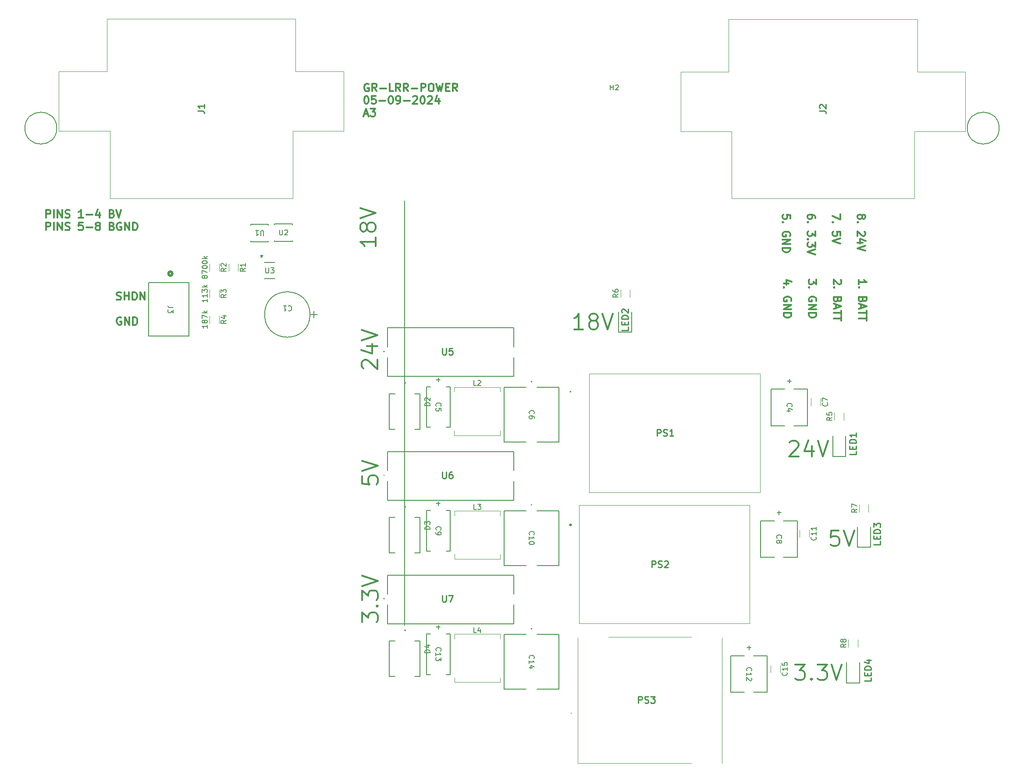
<source format=gbr>
%TF.GenerationSoftware,KiCad,Pcbnew,8.0.2*%
%TF.CreationDate,2024-05-09T14:15:38-06:00*%
%TF.ProjectId,GR-LRR-POWER,47522d4c-5252-42d5-904f-5745522e6b69,rev?*%
%TF.SameCoordinates,Original*%
%TF.FileFunction,Legend,Top*%
%TF.FilePolarity,Positive*%
%FSLAX46Y46*%
G04 Gerber Fmt 4.6, Leading zero omitted, Abs format (unit mm)*
G04 Created by KiCad (PCBNEW 8.0.2) date 2024-05-09 14:15:38*
%MOMM*%
%LPD*%
G01*
G04 APERTURE LIST*
%ADD10C,0.300000*%
%ADD11C,0.200000*%
%ADD12C,0.150000*%
%ADD13C,0.254000*%
%ADD14C,0.152400*%
%ADD15C,0.508000*%
%ADD16C,0.120000*%
%ADD17C,0.100000*%
%ADD18C,0.127000*%
G04 APERTURE END LIST*
D10*
X67754510Y-93285912D02*
X67754510Y-91785912D01*
X67754510Y-91785912D02*
X68325939Y-91785912D01*
X68325939Y-91785912D02*
X68468796Y-91857341D01*
X68468796Y-91857341D02*
X68540225Y-91928769D01*
X68540225Y-91928769D02*
X68611653Y-92071626D01*
X68611653Y-92071626D02*
X68611653Y-92285912D01*
X68611653Y-92285912D02*
X68540225Y-92428769D01*
X68540225Y-92428769D02*
X68468796Y-92500198D01*
X68468796Y-92500198D02*
X68325939Y-92571626D01*
X68325939Y-92571626D02*
X67754510Y-92571626D01*
X69254510Y-93285912D02*
X69254510Y-91785912D01*
X69968796Y-93285912D02*
X69968796Y-91785912D01*
X69968796Y-91785912D02*
X70825939Y-93285912D01*
X70825939Y-93285912D02*
X70825939Y-91785912D01*
X71468797Y-93214484D02*
X71683083Y-93285912D01*
X71683083Y-93285912D02*
X72040225Y-93285912D01*
X72040225Y-93285912D02*
X72183083Y-93214484D01*
X72183083Y-93214484D02*
X72254511Y-93143055D01*
X72254511Y-93143055D02*
X72325940Y-93000198D01*
X72325940Y-93000198D02*
X72325940Y-92857341D01*
X72325940Y-92857341D02*
X72254511Y-92714484D01*
X72254511Y-92714484D02*
X72183083Y-92643055D01*
X72183083Y-92643055D02*
X72040225Y-92571626D01*
X72040225Y-92571626D02*
X71754511Y-92500198D01*
X71754511Y-92500198D02*
X71611654Y-92428769D01*
X71611654Y-92428769D02*
X71540225Y-92357341D01*
X71540225Y-92357341D02*
X71468797Y-92214484D01*
X71468797Y-92214484D02*
X71468797Y-92071626D01*
X71468797Y-92071626D02*
X71540225Y-91928769D01*
X71540225Y-91928769D02*
X71611654Y-91857341D01*
X71611654Y-91857341D02*
X71754511Y-91785912D01*
X71754511Y-91785912D02*
X72111654Y-91785912D01*
X72111654Y-91785912D02*
X72325940Y-91857341D01*
X74897368Y-93285912D02*
X74040225Y-93285912D01*
X74468796Y-93285912D02*
X74468796Y-91785912D01*
X74468796Y-91785912D02*
X74325939Y-92000198D01*
X74325939Y-92000198D02*
X74183082Y-92143055D01*
X74183082Y-92143055D02*
X74040225Y-92214484D01*
X75540224Y-92714484D02*
X76683082Y-92714484D01*
X78040225Y-92285912D02*
X78040225Y-93285912D01*
X77683082Y-91714484D02*
X77325939Y-92785912D01*
X77325939Y-92785912D02*
X78254510Y-92785912D01*
X80468795Y-92500198D02*
X80683081Y-92571626D01*
X80683081Y-92571626D02*
X80754510Y-92643055D01*
X80754510Y-92643055D02*
X80825938Y-92785912D01*
X80825938Y-92785912D02*
X80825938Y-93000198D01*
X80825938Y-93000198D02*
X80754510Y-93143055D01*
X80754510Y-93143055D02*
X80683081Y-93214484D01*
X80683081Y-93214484D02*
X80540224Y-93285912D01*
X80540224Y-93285912D02*
X79968795Y-93285912D01*
X79968795Y-93285912D02*
X79968795Y-91785912D01*
X79968795Y-91785912D02*
X80468795Y-91785912D01*
X80468795Y-91785912D02*
X80611653Y-91857341D01*
X80611653Y-91857341D02*
X80683081Y-91928769D01*
X80683081Y-91928769D02*
X80754510Y-92071626D01*
X80754510Y-92071626D02*
X80754510Y-92214484D01*
X80754510Y-92214484D02*
X80683081Y-92357341D01*
X80683081Y-92357341D02*
X80611653Y-92428769D01*
X80611653Y-92428769D02*
X80468795Y-92500198D01*
X80468795Y-92500198D02*
X79968795Y-92500198D01*
X81254510Y-91785912D02*
X81754510Y-93285912D01*
X81754510Y-93285912D02*
X82254510Y-91785912D01*
X67754510Y-95700828D02*
X67754510Y-94200828D01*
X67754510Y-94200828D02*
X68325939Y-94200828D01*
X68325939Y-94200828D02*
X68468796Y-94272257D01*
X68468796Y-94272257D02*
X68540225Y-94343685D01*
X68540225Y-94343685D02*
X68611653Y-94486542D01*
X68611653Y-94486542D02*
X68611653Y-94700828D01*
X68611653Y-94700828D02*
X68540225Y-94843685D01*
X68540225Y-94843685D02*
X68468796Y-94915114D01*
X68468796Y-94915114D02*
X68325939Y-94986542D01*
X68325939Y-94986542D02*
X67754510Y-94986542D01*
X69254510Y-95700828D02*
X69254510Y-94200828D01*
X69968796Y-95700828D02*
X69968796Y-94200828D01*
X69968796Y-94200828D02*
X70825939Y-95700828D01*
X70825939Y-95700828D02*
X70825939Y-94200828D01*
X71468797Y-95629400D02*
X71683083Y-95700828D01*
X71683083Y-95700828D02*
X72040225Y-95700828D01*
X72040225Y-95700828D02*
X72183083Y-95629400D01*
X72183083Y-95629400D02*
X72254511Y-95557971D01*
X72254511Y-95557971D02*
X72325940Y-95415114D01*
X72325940Y-95415114D02*
X72325940Y-95272257D01*
X72325940Y-95272257D02*
X72254511Y-95129400D01*
X72254511Y-95129400D02*
X72183083Y-95057971D01*
X72183083Y-95057971D02*
X72040225Y-94986542D01*
X72040225Y-94986542D02*
X71754511Y-94915114D01*
X71754511Y-94915114D02*
X71611654Y-94843685D01*
X71611654Y-94843685D02*
X71540225Y-94772257D01*
X71540225Y-94772257D02*
X71468797Y-94629400D01*
X71468797Y-94629400D02*
X71468797Y-94486542D01*
X71468797Y-94486542D02*
X71540225Y-94343685D01*
X71540225Y-94343685D02*
X71611654Y-94272257D01*
X71611654Y-94272257D02*
X71754511Y-94200828D01*
X71754511Y-94200828D02*
X72111654Y-94200828D01*
X72111654Y-94200828D02*
X72325940Y-94272257D01*
X74825939Y-94200828D02*
X74111653Y-94200828D01*
X74111653Y-94200828D02*
X74040225Y-94915114D01*
X74040225Y-94915114D02*
X74111653Y-94843685D01*
X74111653Y-94843685D02*
X74254511Y-94772257D01*
X74254511Y-94772257D02*
X74611653Y-94772257D01*
X74611653Y-94772257D02*
X74754511Y-94843685D01*
X74754511Y-94843685D02*
X74825939Y-94915114D01*
X74825939Y-94915114D02*
X74897368Y-95057971D01*
X74897368Y-95057971D02*
X74897368Y-95415114D01*
X74897368Y-95415114D02*
X74825939Y-95557971D01*
X74825939Y-95557971D02*
X74754511Y-95629400D01*
X74754511Y-95629400D02*
X74611653Y-95700828D01*
X74611653Y-95700828D02*
X74254511Y-95700828D01*
X74254511Y-95700828D02*
X74111653Y-95629400D01*
X74111653Y-95629400D02*
X74040225Y-95557971D01*
X75540224Y-95129400D02*
X76683082Y-95129400D01*
X77611653Y-94843685D02*
X77468796Y-94772257D01*
X77468796Y-94772257D02*
X77397367Y-94700828D01*
X77397367Y-94700828D02*
X77325939Y-94557971D01*
X77325939Y-94557971D02*
X77325939Y-94486542D01*
X77325939Y-94486542D02*
X77397367Y-94343685D01*
X77397367Y-94343685D02*
X77468796Y-94272257D01*
X77468796Y-94272257D02*
X77611653Y-94200828D01*
X77611653Y-94200828D02*
X77897367Y-94200828D01*
X77897367Y-94200828D02*
X78040225Y-94272257D01*
X78040225Y-94272257D02*
X78111653Y-94343685D01*
X78111653Y-94343685D02*
X78183082Y-94486542D01*
X78183082Y-94486542D02*
X78183082Y-94557971D01*
X78183082Y-94557971D02*
X78111653Y-94700828D01*
X78111653Y-94700828D02*
X78040225Y-94772257D01*
X78040225Y-94772257D02*
X77897367Y-94843685D01*
X77897367Y-94843685D02*
X77611653Y-94843685D01*
X77611653Y-94843685D02*
X77468796Y-94915114D01*
X77468796Y-94915114D02*
X77397367Y-94986542D01*
X77397367Y-94986542D02*
X77325939Y-95129400D01*
X77325939Y-95129400D02*
X77325939Y-95415114D01*
X77325939Y-95415114D02*
X77397367Y-95557971D01*
X77397367Y-95557971D02*
X77468796Y-95629400D01*
X77468796Y-95629400D02*
X77611653Y-95700828D01*
X77611653Y-95700828D02*
X77897367Y-95700828D01*
X77897367Y-95700828D02*
X78040225Y-95629400D01*
X78040225Y-95629400D02*
X78111653Y-95557971D01*
X78111653Y-95557971D02*
X78183082Y-95415114D01*
X78183082Y-95415114D02*
X78183082Y-95129400D01*
X78183082Y-95129400D02*
X78111653Y-94986542D01*
X78111653Y-94986542D02*
X78040225Y-94915114D01*
X78040225Y-94915114D02*
X77897367Y-94843685D01*
X80468795Y-94915114D02*
X80683081Y-94986542D01*
X80683081Y-94986542D02*
X80754510Y-95057971D01*
X80754510Y-95057971D02*
X80825938Y-95200828D01*
X80825938Y-95200828D02*
X80825938Y-95415114D01*
X80825938Y-95415114D02*
X80754510Y-95557971D01*
X80754510Y-95557971D02*
X80683081Y-95629400D01*
X80683081Y-95629400D02*
X80540224Y-95700828D01*
X80540224Y-95700828D02*
X79968795Y-95700828D01*
X79968795Y-95700828D02*
X79968795Y-94200828D01*
X79968795Y-94200828D02*
X80468795Y-94200828D01*
X80468795Y-94200828D02*
X80611653Y-94272257D01*
X80611653Y-94272257D02*
X80683081Y-94343685D01*
X80683081Y-94343685D02*
X80754510Y-94486542D01*
X80754510Y-94486542D02*
X80754510Y-94629400D01*
X80754510Y-94629400D02*
X80683081Y-94772257D01*
X80683081Y-94772257D02*
X80611653Y-94843685D01*
X80611653Y-94843685D02*
X80468795Y-94915114D01*
X80468795Y-94915114D02*
X79968795Y-94915114D01*
X82254510Y-94272257D02*
X82111653Y-94200828D01*
X82111653Y-94200828D02*
X81897367Y-94200828D01*
X81897367Y-94200828D02*
X81683081Y-94272257D01*
X81683081Y-94272257D02*
X81540224Y-94415114D01*
X81540224Y-94415114D02*
X81468795Y-94557971D01*
X81468795Y-94557971D02*
X81397367Y-94843685D01*
X81397367Y-94843685D02*
X81397367Y-95057971D01*
X81397367Y-95057971D02*
X81468795Y-95343685D01*
X81468795Y-95343685D02*
X81540224Y-95486542D01*
X81540224Y-95486542D02*
X81683081Y-95629400D01*
X81683081Y-95629400D02*
X81897367Y-95700828D01*
X81897367Y-95700828D02*
X82040224Y-95700828D01*
X82040224Y-95700828D02*
X82254510Y-95629400D01*
X82254510Y-95629400D02*
X82325938Y-95557971D01*
X82325938Y-95557971D02*
X82325938Y-95057971D01*
X82325938Y-95057971D02*
X82040224Y-95057971D01*
X82968795Y-95700828D02*
X82968795Y-94200828D01*
X82968795Y-94200828D02*
X83825938Y-95700828D01*
X83825938Y-95700828D02*
X83825938Y-94200828D01*
X84540224Y-95700828D02*
X84540224Y-94200828D01*
X84540224Y-94200828D02*
X84897367Y-94200828D01*
X84897367Y-94200828D02*
X85111653Y-94272257D01*
X85111653Y-94272257D02*
X85254510Y-94415114D01*
X85254510Y-94415114D02*
X85325939Y-94557971D01*
X85325939Y-94557971D02*
X85397367Y-94843685D01*
X85397367Y-94843685D02*
X85397367Y-95057971D01*
X85397367Y-95057971D02*
X85325939Y-95343685D01*
X85325939Y-95343685D02*
X85254510Y-95486542D01*
X85254510Y-95486542D02*
X85111653Y-95629400D01*
X85111653Y-95629400D02*
X84897367Y-95700828D01*
X84897367Y-95700828D02*
X84540224Y-95700828D01*
X130040225Y-67442425D02*
X129897368Y-67370996D01*
X129897368Y-67370996D02*
X129683082Y-67370996D01*
X129683082Y-67370996D02*
X129468796Y-67442425D01*
X129468796Y-67442425D02*
X129325939Y-67585282D01*
X129325939Y-67585282D02*
X129254510Y-67728139D01*
X129254510Y-67728139D02*
X129183082Y-68013853D01*
X129183082Y-68013853D02*
X129183082Y-68228139D01*
X129183082Y-68228139D02*
X129254510Y-68513853D01*
X129254510Y-68513853D02*
X129325939Y-68656710D01*
X129325939Y-68656710D02*
X129468796Y-68799568D01*
X129468796Y-68799568D02*
X129683082Y-68870996D01*
X129683082Y-68870996D02*
X129825939Y-68870996D01*
X129825939Y-68870996D02*
X130040225Y-68799568D01*
X130040225Y-68799568D02*
X130111653Y-68728139D01*
X130111653Y-68728139D02*
X130111653Y-68228139D01*
X130111653Y-68228139D02*
X129825939Y-68228139D01*
X131611653Y-68870996D02*
X131111653Y-68156710D01*
X130754510Y-68870996D02*
X130754510Y-67370996D01*
X130754510Y-67370996D02*
X131325939Y-67370996D01*
X131325939Y-67370996D02*
X131468796Y-67442425D01*
X131468796Y-67442425D02*
X131540225Y-67513853D01*
X131540225Y-67513853D02*
X131611653Y-67656710D01*
X131611653Y-67656710D02*
X131611653Y-67870996D01*
X131611653Y-67870996D02*
X131540225Y-68013853D01*
X131540225Y-68013853D02*
X131468796Y-68085282D01*
X131468796Y-68085282D02*
X131325939Y-68156710D01*
X131325939Y-68156710D02*
X130754510Y-68156710D01*
X132254510Y-68299568D02*
X133397368Y-68299568D01*
X134825939Y-68870996D02*
X134111653Y-68870996D01*
X134111653Y-68870996D02*
X134111653Y-67370996D01*
X136183082Y-68870996D02*
X135683082Y-68156710D01*
X135325939Y-68870996D02*
X135325939Y-67370996D01*
X135325939Y-67370996D02*
X135897368Y-67370996D01*
X135897368Y-67370996D02*
X136040225Y-67442425D01*
X136040225Y-67442425D02*
X136111654Y-67513853D01*
X136111654Y-67513853D02*
X136183082Y-67656710D01*
X136183082Y-67656710D02*
X136183082Y-67870996D01*
X136183082Y-67870996D02*
X136111654Y-68013853D01*
X136111654Y-68013853D02*
X136040225Y-68085282D01*
X136040225Y-68085282D02*
X135897368Y-68156710D01*
X135897368Y-68156710D02*
X135325939Y-68156710D01*
X137683082Y-68870996D02*
X137183082Y-68156710D01*
X136825939Y-68870996D02*
X136825939Y-67370996D01*
X136825939Y-67370996D02*
X137397368Y-67370996D01*
X137397368Y-67370996D02*
X137540225Y-67442425D01*
X137540225Y-67442425D02*
X137611654Y-67513853D01*
X137611654Y-67513853D02*
X137683082Y-67656710D01*
X137683082Y-67656710D02*
X137683082Y-67870996D01*
X137683082Y-67870996D02*
X137611654Y-68013853D01*
X137611654Y-68013853D02*
X137540225Y-68085282D01*
X137540225Y-68085282D02*
X137397368Y-68156710D01*
X137397368Y-68156710D02*
X136825939Y-68156710D01*
X138325939Y-68299568D02*
X139468797Y-68299568D01*
X140183082Y-68870996D02*
X140183082Y-67370996D01*
X140183082Y-67370996D02*
X140754511Y-67370996D01*
X140754511Y-67370996D02*
X140897368Y-67442425D01*
X140897368Y-67442425D02*
X140968797Y-67513853D01*
X140968797Y-67513853D02*
X141040225Y-67656710D01*
X141040225Y-67656710D02*
X141040225Y-67870996D01*
X141040225Y-67870996D02*
X140968797Y-68013853D01*
X140968797Y-68013853D02*
X140897368Y-68085282D01*
X140897368Y-68085282D02*
X140754511Y-68156710D01*
X140754511Y-68156710D02*
X140183082Y-68156710D01*
X141968797Y-67370996D02*
X142254511Y-67370996D01*
X142254511Y-67370996D02*
X142397368Y-67442425D01*
X142397368Y-67442425D02*
X142540225Y-67585282D01*
X142540225Y-67585282D02*
X142611654Y-67870996D01*
X142611654Y-67870996D02*
X142611654Y-68370996D01*
X142611654Y-68370996D02*
X142540225Y-68656710D01*
X142540225Y-68656710D02*
X142397368Y-68799568D01*
X142397368Y-68799568D02*
X142254511Y-68870996D01*
X142254511Y-68870996D02*
X141968797Y-68870996D01*
X141968797Y-68870996D02*
X141825940Y-68799568D01*
X141825940Y-68799568D02*
X141683082Y-68656710D01*
X141683082Y-68656710D02*
X141611654Y-68370996D01*
X141611654Y-68370996D02*
X141611654Y-67870996D01*
X141611654Y-67870996D02*
X141683082Y-67585282D01*
X141683082Y-67585282D02*
X141825940Y-67442425D01*
X141825940Y-67442425D02*
X141968797Y-67370996D01*
X143111654Y-67370996D02*
X143468797Y-68870996D01*
X143468797Y-68870996D02*
X143754511Y-67799568D01*
X143754511Y-67799568D02*
X144040226Y-68870996D01*
X144040226Y-68870996D02*
X144397369Y-67370996D01*
X144968797Y-68085282D02*
X145468797Y-68085282D01*
X145683083Y-68870996D02*
X144968797Y-68870996D01*
X144968797Y-68870996D02*
X144968797Y-67370996D01*
X144968797Y-67370996D02*
X145683083Y-67370996D01*
X147183083Y-68870996D02*
X146683083Y-68156710D01*
X146325940Y-68870996D02*
X146325940Y-67370996D01*
X146325940Y-67370996D02*
X146897369Y-67370996D01*
X146897369Y-67370996D02*
X147040226Y-67442425D01*
X147040226Y-67442425D02*
X147111655Y-67513853D01*
X147111655Y-67513853D02*
X147183083Y-67656710D01*
X147183083Y-67656710D02*
X147183083Y-67870996D01*
X147183083Y-67870996D02*
X147111655Y-68013853D01*
X147111655Y-68013853D02*
X147040226Y-68085282D01*
X147040226Y-68085282D02*
X146897369Y-68156710D01*
X146897369Y-68156710D02*
X146325940Y-68156710D01*
X129540225Y-69785912D02*
X129683082Y-69785912D01*
X129683082Y-69785912D02*
X129825939Y-69857341D01*
X129825939Y-69857341D02*
X129897368Y-69928769D01*
X129897368Y-69928769D02*
X129968796Y-70071626D01*
X129968796Y-70071626D02*
X130040225Y-70357341D01*
X130040225Y-70357341D02*
X130040225Y-70714484D01*
X130040225Y-70714484D02*
X129968796Y-71000198D01*
X129968796Y-71000198D02*
X129897368Y-71143055D01*
X129897368Y-71143055D02*
X129825939Y-71214484D01*
X129825939Y-71214484D02*
X129683082Y-71285912D01*
X129683082Y-71285912D02*
X129540225Y-71285912D01*
X129540225Y-71285912D02*
X129397368Y-71214484D01*
X129397368Y-71214484D02*
X129325939Y-71143055D01*
X129325939Y-71143055D02*
X129254510Y-71000198D01*
X129254510Y-71000198D02*
X129183082Y-70714484D01*
X129183082Y-70714484D02*
X129183082Y-70357341D01*
X129183082Y-70357341D02*
X129254510Y-70071626D01*
X129254510Y-70071626D02*
X129325939Y-69928769D01*
X129325939Y-69928769D02*
X129397368Y-69857341D01*
X129397368Y-69857341D02*
X129540225Y-69785912D01*
X131397367Y-69785912D02*
X130683081Y-69785912D01*
X130683081Y-69785912D02*
X130611653Y-70500198D01*
X130611653Y-70500198D02*
X130683081Y-70428769D01*
X130683081Y-70428769D02*
X130825939Y-70357341D01*
X130825939Y-70357341D02*
X131183081Y-70357341D01*
X131183081Y-70357341D02*
X131325939Y-70428769D01*
X131325939Y-70428769D02*
X131397367Y-70500198D01*
X131397367Y-70500198D02*
X131468796Y-70643055D01*
X131468796Y-70643055D02*
X131468796Y-71000198D01*
X131468796Y-71000198D02*
X131397367Y-71143055D01*
X131397367Y-71143055D02*
X131325939Y-71214484D01*
X131325939Y-71214484D02*
X131183081Y-71285912D01*
X131183081Y-71285912D02*
X130825939Y-71285912D01*
X130825939Y-71285912D02*
X130683081Y-71214484D01*
X130683081Y-71214484D02*
X130611653Y-71143055D01*
X132111652Y-70714484D02*
X133254510Y-70714484D01*
X134254510Y-69785912D02*
X134397367Y-69785912D01*
X134397367Y-69785912D02*
X134540224Y-69857341D01*
X134540224Y-69857341D02*
X134611653Y-69928769D01*
X134611653Y-69928769D02*
X134683081Y-70071626D01*
X134683081Y-70071626D02*
X134754510Y-70357341D01*
X134754510Y-70357341D02*
X134754510Y-70714484D01*
X134754510Y-70714484D02*
X134683081Y-71000198D01*
X134683081Y-71000198D02*
X134611653Y-71143055D01*
X134611653Y-71143055D02*
X134540224Y-71214484D01*
X134540224Y-71214484D02*
X134397367Y-71285912D01*
X134397367Y-71285912D02*
X134254510Y-71285912D01*
X134254510Y-71285912D02*
X134111653Y-71214484D01*
X134111653Y-71214484D02*
X134040224Y-71143055D01*
X134040224Y-71143055D02*
X133968795Y-71000198D01*
X133968795Y-71000198D02*
X133897367Y-70714484D01*
X133897367Y-70714484D02*
X133897367Y-70357341D01*
X133897367Y-70357341D02*
X133968795Y-70071626D01*
X133968795Y-70071626D02*
X134040224Y-69928769D01*
X134040224Y-69928769D02*
X134111653Y-69857341D01*
X134111653Y-69857341D02*
X134254510Y-69785912D01*
X135468795Y-71285912D02*
X135754509Y-71285912D01*
X135754509Y-71285912D02*
X135897366Y-71214484D01*
X135897366Y-71214484D02*
X135968795Y-71143055D01*
X135968795Y-71143055D02*
X136111652Y-70928769D01*
X136111652Y-70928769D02*
X136183081Y-70643055D01*
X136183081Y-70643055D02*
X136183081Y-70071626D01*
X136183081Y-70071626D02*
X136111652Y-69928769D01*
X136111652Y-69928769D02*
X136040224Y-69857341D01*
X136040224Y-69857341D02*
X135897366Y-69785912D01*
X135897366Y-69785912D02*
X135611652Y-69785912D01*
X135611652Y-69785912D02*
X135468795Y-69857341D01*
X135468795Y-69857341D02*
X135397366Y-69928769D01*
X135397366Y-69928769D02*
X135325938Y-70071626D01*
X135325938Y-70071626D02*
X135325938Y-70428769D01*
X135325938Y-70428769D02*
X135397366Y-70571626D01*
X135397366Y-70571626D02*
X135468795Y-70643055D01*
X135468795Y-70643055D02*
X135611652Y-70714484D01*
X135611652Y-70714484D02*
X135897366Y-70714484D01*
X135897366Y-70714484D02*
X136040224Y-70643055D01*
X136040224Y-70643055D02*
X136111652Y-70571626D01*
X136111652Y-70571626D02*
X136183081Y-70428769D01*
X136825937Y-70714484D02*
X137968795Y-70714484D01*
X138611652Y-69928769D02*
X138683080Y-69857341D01*
X138683080Y-69857341D02*
X138825938Y-69785912D01*
X138825938Y-69785912D02*
X139183080Y-69785912D01*
X139183080Y-69785912D02*
X139325938Y-69857341D01*
X139325938Y-69857341D02*
X139397366Y-69928769D01*
X139397366Y-69928769D02*
X139468795Y-70071626D01*
X139468795Y-70071626D02*
X139468795Y-70214484D01*
X139468795Y-70214484D02*
X139397366Y-70428769D01*
X139397366Y-70428769D02*
X138540223Y-71285912D01*
X138540223Y-71285912D02*
X139468795Y-71285912D01*
X140397366Y-69785912D02*
X140540223Y-69785912D01*
X140540223Y-69785912D02*
X140683080Y-69857341D01*
X140683080Y-69857341D02*
X140754509Y-69928769D01*
X140754509Y-69928769D02*
X140825937Y-70071626D01*
X140825937Y-70071626D02*
X140897366Y-70357341D01*
X140897366Y-70357341D02*
X140897366Y-70714484D01*
X140897366Y-70714484D02*
X140825937Y-71000198D01*
X140825937Y-71000198D02*
X140754509Y-71143055D01*
X140754509Y-71143055D02*
X140683080Y-71214484D01*
X140683080Y-71214484D02*
X140540223Y-71285912D01*
X140540223Y-71285912D02*
X140397366Y-71285912D01*
X140397366Y-71285912D02*
X140254509Y-71214484D01*
X140254509Y-71214484D02*
X140183080Y-71143055D01*
X140183080Y-71143055D02*
X140111651Y-71000198D01*
X140111651Y-71000198D02*
X140040223Y-70714484D01*
X140040223Y-70714484D02*
X140040223Y-70357341D01*
X140040223Y-70357341D02*
X140111651Y-70071626D01*
X140111651Y-70071626D02*
X140183080Y-69928769D01*
X140183080Y-69928769D02*
X140254509Y-69857341D01*
X140254509Y-69857341D02*
X140397366Y-69785912D01*
X141468794Y-69928769D02*
X141540222Y-69857341D01*
X141540222Y-69857341D02*
X141683080Y-69785912D01*
X141683080Y-69785912D02*
X142040222Y-69785912D01*
X142040222Y-69785912D02*
X142183080Y-69857341D01*
X142183080Y-69857341D02*
X142254508Y-69928769D01*
X142254508Y-69928769D02*
X142325937Y-70071626D01*
X142325937Y-70071626D02*
X142325937Y-70214484D01*
X142325937Y-70214484D02*
X142254508Y-70428769D01*
X142254508Y-70428769D02*
X141397365Y-71285912D01*
X141397365Y-71285912D02*
X142325937Y-71285912D01*
X143611651Y-70285912D02*
X143611651Y-71285912D01*
X143254508Y-69714484D02*
X142897365Y-70785912D01*
X142897365Y-70785912D02*
X143825936Y-70785912D01*
X129183082Y-73272257D02*
X129897368Y-73272257D01*
X129040225Y-73700828D02*
X129540225Y-72200828D01*
X129540225Y-72200828D02*
X130040225Y-73700828D01*
X130397367Y-72200828D02*
X131325939Y-72200828D01*
X131325939Y-72200828D02*
X130825939Y-72772257D01*
X130825939Y-72772257D02*
X131040224Y-72772257D01*
X131040224Y-72772257D02*
X131183082Y-72843685D01*
X131183082Y-72843685D02*
X131254510Y-72915114D01*
X131254510Y-72915114D02*
X131325939Y-73057971D01*
X131325939Y-73057971D02*
X131325939Y-73415114D01*
X131325939Y-73415114D02*
X131254510Y-73557971D01*
X131254510Y-73557971D02*
X131183082Y-73629400D01*
X131183082Y-73629400D02*
X131040224Y-73700828D01*
X131040224Y-73700828D02*
X130611653Y-73700828D01*
X130611653Y-73700828D02*
X130468796Y-73629400D01*
X130468796Y-73629400D02*
X130397367Y-73557971D01*
X81383082Y-109099568D02*
X81597368Y-109170996D01*
X81597368Y-109170996D02*
X81954510Y-109170996D01*
X81954510Y-109170996D02*
X82097368Y-109099568D01*
X82097368Y-109099568D02*
X82168796Y-109028139D01*
X82168796Y-109028139D02*
X82240225Y-108885282D01*
X82240225Y-108885282D02*
X82240225Y-108742425D01*
X82240225Y-108742425D02*
X82168796Y-108599568D01*
X82168796Y-108599568D02*
X82097368Y-108528139D01*
X82097368Y-108528139D02*
X81954510Y-108456710D01*
X81954510Y-108456710D02*
X81668796Y-108385282D01*
X81668796Y-108385282D02*
X81525939Y-108313853D01*
X81525939Y-108313853D02*
X81454510Y-108242425D01*
X81454510Y-108242425D02*
X81383082Y-108099568D01*
X81383082Y-108099568D02*
X81383082Y-107956710D01*
X81383082Y-107956710D02*
X81454510Y-107813853D01*
X81454510Y-107813853D02*
X81525939Y-107742425D01*
X81525939Y-107742425D02*
X81668796Y-107670996D01*
X81668796Y-107670996D02*
X82025939Y-107670996D01*
X82025939Y-107670996D02*
X82240225Y-107742425D01*
X82883081Y-109170996D02*
X82883081Y-107670996D01*
X82883081Y-108385282D02*
X83740224Y-108385282D01*
X83740224Y-109170996D02*
X83740224Y-107670996D01*
X84454510Y-109170996D02*
X84454510Y-107670996D01*
X84454510Y-107670996D02*
X84811653Y-107670996D01*
X84811653Y-107670996D02*
X85025939Y-107742425D01*
X85025939Y-107742425D02*
X85168796Y-107885282D01*
X85168796Y-107885282D02*
X85240225Y-108028139D01*
X85240225Y-108028139D02*
X85311653Y-108313853D01*
X85311653Y-108313853D02*
X85311653Y-108528139D01*
X85311653Y-108528139D02*
X85240225Y-108813853D01*
X85240225Y-108813853D02*
X85168796Y-108956710D01*
X85168796Y-108956710D02*
X85025939Y-109099568D01*
X85025939Y-109099568D02*
X84811653Y-109170996D01*
X84811653Y-109170996D02*
X84454510Y-109170996D01*
X85954510Y-109170996D02*
X85954510Y-107670996D01*
X85954510Y-107670996D02*
X86811653Y-109170996D01*
X86811653Y-109170996D02*
X86811653Y-107670996D01*
X82240225Y-112572257D02*
X82097368Y-112500828D01*
X82097368Y-112500828D02*
X81883082Y-112500828D01*
X81883082Y-112500828D02*
X81668796Y-112572257D01*
X81668796Y-112572257D02*
X81525939Y-112715114D01*
X81525939Y-112715114D02*
X81454510Y-112857971D01*
X81454510Y-112857971D02*
X81383082Y-113143685D01*
X81383082Y-113143685D02*
X81383082Y-113357971D01*
X81383082Y-113357971D02*
X81454510Y-113643685D01*
X81454510Y-113643685D02*
X81525939Y-113786542D01*
X81525939Y-113786542D02*
X81668796Y-113929400D01*
X81668796Y-113929400D02*
X81883082Y-114000828D01*
X81883082Y-114000828D02*
X82025939Y-114000828D01*
X82025939Y-114000828D02*
X82240225Y-113929400D01*
X82240225Y-113929400D02*
X82311653Y-113857971D01*
X82311653Y-113857971D02*
X82311653Y-113357971D01*
X82311653Y-113357971D02*
X82025939Y-113357971D01*
X82954510Y-114000828D02*
X82954510Y-112500828D01*
X82954510Y-112500828D02*
X83811653Y-114000828D01*
X83811653Y-114000828D02*
X83811653Y-112500828D01*
X84525939Y-114000828D02*
X84525939Y-112500828D01*
X84525939Y-112500828D02*
X84883082Y-112500828D01*
X84883082Y-112500828D02*
X85097368Y-112572257D01*
X85097368Y-112572257D02*
X85240225Y-112715114D01*
X85240225Y-112715114D02*
X85311654Y-112857971D01*
X85311654Y-112857971D02*
X85383082Y-113143685D01*
X85383082Y-113143685D02*
X85383082Y-113357971D01*
X85383082Y-113357971D02*
X85311654Y-113643685D01*
X85311654Y-113643685D02*
X85240225Y-113786542D01*
X85240225Y-113786542D02*
X85097368Y-113929400D01*
X85097368Y-113929400D02*
X84883082Y-114000828D01*
X84883082Y-114000828D02*
X84525939Y-114000828D01*
D11*
X137000000Y-90000000D02*
X137000000Y-172000000D01*
X69815584Y-75980000D02*
G75*
G02*
X63654416Y-75980000I-3080584J0D01*
G01*
X63654416Y-75980000D02*
G75*
G02*
X69815584Y-75980000I3080584J0D01*
G01*
X251835000Y-75980000D02*
G75*
G02*
X245673832Y-75980000I-3080584J0D01*
G01*
X245673832Y-75980000D02*
G75*
G02*
X251835000Y-75980000I3080584J0D01*
G01*
D10*
X128817257Y-143259774D02*
X128817257Y-144688346D01*
X128817257Y-144688346D02*
X130245828Y-144831203D01*
X130245828Y-144831203D02*
X130102971Y-144688346D01*
X130102971Y-144688346D02*
X129960114Y-144402632D01*
X129960114Y-144402632D02*
X129960114Y-143688346D01*
X129960114Y-143688346D02*
X130102971Y-143402632D01*
X130102971Y-143402632D02*
X130245828Y-143259774D01*
X130245828Y-143259774D02*
X130531542Y-143116917D01*
X130531542Y-143116917D02*
X131245828Y-143116917D01*
X131245828Y-143116917D02*
X131531542Y-143259774D01*
X131531542Y-143259774D02*
X131674400Y-143402632D01*
X131674400Y-143402632D02*
X131817257Y-143688346D01*
X131817257Y-143688346D02*
X131817257Y-144402632D01*
X131817257Y-144402632D02*
X131674400Y-144688346D01*
X131674400Y-144688346D02*
X131531542Y-144831203D01*
X128817257Y-142259774D02*
X131817257Y-141259774D01*
X131817257Y-141259774D02*
X128817257Y-140259774D01*
X129002971Y-122431203D02*
X128860114Y-122288346D01*
X128860114Y-122288346D02*
X128717257Y-122002632D01*
X128717257Y-122002632D02*
X128717257Y-121288346D01*
X128717257Y-121288346D02*
X128860114Y-121002632D01*
X128860114Y-121002632D02*
X129002971Y-120859774D01*
X129002971Y-120859774D02*
X129288685Y-120716917D01*
X129288685Y-120716917D02*
X129574400Y-120716917D01*
X129574400Y-120716917D02*
X130002971Y-120859774D01*
X130002971Y-120859774D02*
X131717257Y-122574060D01*
X131717257Y-122574060D02*
X131717257Y-120716917D01*
X129717257Y-118145489D02*
X131717257Y-118145489D01*
X128574400Y-118859774D02*
X130717257Y-119574060D01*
X130717257Y-119574060D02*
X130717257Y-117716917D01*
X128717257Y-117002631D02*
X131717257Y-116002631D01*
X131717257Y-116002631D02*
X128717257Y-115002631D01*
X211368796Y-136702971D02*
X211511653Y-136560114D01*
X211511653Y-136560114D02*
X211797368Y-136417257D01*
X211797368Y-136417257D02*
X212511653Y-136417257D01*
X212511653Y-136417257D02*
X212797368Y-136560114D01*
X212797368Y-136560114D02*
X212940225Y-136702971D01*
X212940225Y-136702971D02*
X213083082Y-136988685D01*
X213083082Y-136988685D02*
X213083082Y-137274400D01*
X213083082Y-137274400D02*
X212940225Y-137702971D01*
X212940225Y-137702971D02*
X211225939Y-139417257D01*
X211225939Y-139417257D02*
X213083082Y-139417257D01*
X215654511Y-137417257D02*
X215654511Y-139417257D01*
X214940225Y-136274400D02*
X214225939Y-138417257D01*
X214225939Y-138417257D02*
X216083082Y-138417257D01*
X216797368Y-136417257D02*
X217797368Y-139417257D01*
X217797368Y-139417257D02*
X218797368Y-136417257D01*
X128817257Y-171474060D02*
X128817257Y-169616917D01*
X128817257Y-169616917D02*
X129960114Y-170616917D01*
X129960114Y-170616917D02*
X129960114Y-170188346D01*
X129960114Y-170188346D02*
X130102971Y-169902632D01*
X130102971Y-169902632D02*
X130245828Y-169759774D01*
X130245828Y-169759774D02*
X130531542Y-169616917D01*
X130531542Y-169616917D02*
X131245828Y-169616917D01*
X131245828Y-169616917D02*
X131531542Y-169759774D01*
X131531542Y-169759774D02*
X131674400Y-169902632D01*
X131674400Y-169902632D02*
X131817257Y-170188346D01*
X131817257Y-170188346D02*
X131817257Y-171045489D01*
X131817257Y-171045489D02*
X131674400Y-171331203D01*
X131674400Y-171331203D02*
X131531542Y-171474060D01*
X131531542Y-168331203D02*
X131674400Y-168188346D01*
X131674400Y-168188346D02*
X131817257Y-168331203D01*
X131817257Y-168331203D02*
X131674400Y-168474060D01*
X131674400Y-168474060D02*
X131531542Y-168331203D01*
X131531542Y-168331203D02*
X131817257Y-168331203D01*
X128817257Y-167188346D02*
X128817257Y-165331203D01*
X128817257Y-165331203D02*
X129960114Y-166331203D01*
X129960114Y-166331203D02*
X129960114Y-165902632D01*
X129960114Y-165902632D02*
X130102971Y-165616918D01*
X130102971Y-165616918D02*
X130245828Y-165474060D01*
X130245828Y-165474060D02*
X130531542Y-165331203D01*
X130531542Y-165331203D02*
X131245828Y-165331203D01*
X131245828Y-165331203D02*
X131531542Y-165474060D01*
X131531542Y-165474060D02*
X131674400Y-165616918D01*
X131674400Y-165616918D02*
X131817257Y-165902632D01*
X131817257Y-165902632D02*
X131817257Y-166759775D01*
X131817257Y-166759775D02*
X131674400Y-167045489D01*
X131674400Y-167045489D02*
X131531542Y-167188346D01*
X128817257Y-164474060D02*
X131817257Y-163474060D01*
X131817257Y-163474060D02*
X128817257Y-162474060D01*
X131417257Y-97116917D02*
X131417257Y-98831203D01*
X131417257Y-97974060D02*
X128417257Y-97974060D01*
X128417257Y-97974060D02*
X128845828Y-98259774D01*
X128845828Y-98259774D02*
X129131542Y-98545489D01*
X129131542Y-98545489D02*
X129274400Y-98831203D01*
X129702971Y-95402631D02*
X129560114Y-95688346D01*
X129560114Y-95688346D02*
X129417257Y-95831203D01*
X129417257Y-95831203D02*
X129131542Y-95974060D01*
X129131542Y-95974060D02*
X128988685Y-95974060D01*
X128988685Y-95974060D02*
X128702971Y-95831203D01*
X128702971Y-95831203D02*
X128560114Y-95688346D01*
X128560114Y-95688346D02*
X128417257Y-95402631D01*
X128417257Y-95402631D02*
X128417257Y-94831203D01*
X128417257Y-94831203D02*
X128560114Y-94545489D01*
X128560114Y-94545489D02*
X128702971Y-94402631D01*
X128702971Y-94402631D02*
X128988685Y-94259774D01*
X128988685Y-94259774D02*
X129131542Y-94259774D01*
X129131542Y-94259774D02*
X129417257Y-94402631D01*
X129417257Y-94402631D02*
X129560114Y-94545489D01*
X129560114Y-94545489D02*
X129702971Y-94831203D01*
X129702971Y-94831203D02*
X129702971Y-95402631D01*
X129702971Y-95402631D02*
X129845828Y-95688346D01*
X129845828Y-95688346D02*
X129988685Y-95831203D01*
X129988685Y-95831203D02*
X130274400Y-95974060D01*
X130274400Y-95974060D02*
X130845828Y-95974060D01*
X130845828Y-95974060D02*
X131131542Y-95831203D01*
X131131542Y-95831203D02*
X131274400Y-95688346D01*
X131274400Y-95688346D02*
X131417257Y-95402631D01*
X131417257Y-95402631D02*
X131417257Y-94831203D01*
X131417257Y-94831203D02*
X131274400Y-94545489D01*
X131274400Y-94545489D02*
X131131542Y-94402631D01*
X131131542Y-94402631D02*
X130845828Y-94259774D01*
X130845828Y-94259774D02*
X130274400Y-94259774D01*
X130274400Y-94259774D02*
X129988685Y-94402631D01*
X129988685Y-94402631D02*
X129845828Y-94545489D01*
X129845828Y-94545489D02*
X129702971Y-94831203D01*
X128417257Y-93402631D02*
X131417257Y-92402631D01*
X131417257Y-92402631D02*
X128417257Y-91402631D01*
X225345810Y-92968796D02*
X225417238Y-92825939D01*
X225417238Y-92825939D02*
X225488667Y-92754510D01*
X225488667Y-92754510D02*
X225631524Y-92683082D01*
X225631524Y-92683082D02*
X225702953Y-92683082D01*
X225702953Y-92683082D02*
X225845810Y-92754510D01*
X225845810Y-92754510D02*
X225917238Y-92825939D01*
X225917238Y-92825939D02*
X225988667Y-92968796D01*
X225988667Y-92968796D02*
X225988667Y-93254510D01*
X225988667Y-93254510D02*
X225917238Y-93397368D01*
X225917238Y-93397368D02*
X225845810Y-93468796D01*
X225845810Y-93468796D02*
X225702953Y-93540225D01*
X225702953Y-93540225D02*
X225631524Y-93540225D01*
X225631524Y-93540225D02*
X225488667Y-93468796D01*
X225488667Y-93468796D02*
X225417238Y-93397368D01*
X225417238Y-93397368D02*
X225345810Y-93254510D01*
X225345810Y-93254510D02*
X225345810Y-92968796D01*
X225345810Y-92968796D02*
X225274381Y-92825939D01*
X225274381Y-92825939D02*
X225202953Y-92754510D01*
X225202953Y-92754510D02*
X225060096Y-92683082D01*
X225060096Y-92683082D02*
X224774381Y-92683082D01*
X224774381Y-92683082D02*
X224631524Y-92754510D01*
X224631524Y-92754510D02*
X224560096Y-92825939D01*
X224560096Y-92825939D02*
X224488667Y-92968796D01*
X224488667Y-92968796D02*
X224488667Y-93254510D01*
X224488667Y-93254510D02*
X224560096Y-93397368D01*
X224560096Y-93397368D02*
X224631524Y-93468796D01*
X224631524Y-93468796D02*
X224774381Y-93540225D01*
X224774381Y-93540225D02*
X225060096Y-93540225D01*
X225060096Y-93540225D02*
X225202953Y-93468796D01*
X225202953Y-93468796D02*
X225274381Y-93397368D01*
X225274381Y-93397368D02*
X225345810Y-93254510D01*
X224631524Y-94183081D02*
X224560096Y-94254510D01*
X224560096Y-94254510D02*
X224488667Y-94183081D01*
X224488667Y-94183081D02*
X224560096Y-94111653D01*
X224560096Y-94111653D02*
X224631524Y-94183081D01*
X224631524Y-94183081D02*
X224488667Y-94183081D01*
X225845810Y-95968796D02*
X225917238Y-96040224D01*
X225917238Y-96040224D02*
X225988667Y-96183082D01*
X225988667Y-96183082D02*
X225988667Y-96540224D01*
X225988667Y-96540224D02*
X225917238Y-96683082D01*
X225917238Y-96683082D02*
X225845810Y-96754510D01*
X225845810Y-96754510D02*
X225702953Y-96825939D01*
X225702953Y-96825939D02*
X225560096Y-96825939D01*
X225560096Y-96825939D02*
X225345810Y-96754510D01*
X225345810Y-96754510D02*
X224488667Y-95897367D01*
X224488667Y-95897367D02*
X224488667Y-96825939D01*
X225488667Y-98111653D02*
X224488667Y-98111653D01*
X226060096Y-97754510D02*
X224988667Y-97397367D01*
X224988667Y-97397367D02*
X224988667Y-98325938D01*
X225988667Y-98683081D02*
X224488667Y-99183081D01*
X224488667Y-99183081D02*
X225988667Y-99683081D01*
X221158835Y-92611653D02*
X221158835Y-93611653D01*
X221158835Y-93611653D02*
X219658835Y-92968796D01*
X219801692Y-94183081D02*
X219730264Y-94254510D01*
X219730264Y-94254510D02*
X219658835Y-94183081D01*
X219658835Y-94183081D02*
X219730264Y-94111653D01*
X219730264Y-94111653D02*
X219801692Y-94183081D01*
X219801692Y-94183081D02*
X219658835Y-94183081D01*
X221158835Y-96754510D02*
X221158835Y-96040224D01*
X221158835Y-96040224D02*
X220444549Y-95968796D01*
X220444549Y-95968796D02*
X220515978Y-96040224D01*
X220515978Y-96040224D02*
X220587406Y-96183082D01*
X220587406Y-96183082D02*
X220587406Y-96540224D01*
X220587406Y-96540224D02*
X220515978Y-96683082D01*
X220515978Y-96683082D02*
X220444549Y-96754510D01*
X220444549Y-96754510D02*
X220301692Y-96825939D01*
X220301692Y-96825939D02*
X219944549Y-96825939D01*
X219944549Y-96825939D02*
X219801692Y-96754510D01*
X219801692Y-96754510D02*
X219730264Y-96683082D01*
X219730264Y-96683082D02*
X219658835Y-96540224D01*
X219658835Y-96540224D02*
X219658835Y-96183082D01*
X219658835Y-96183082D02*
X219730264Y-96040224D01*
X219730264Y-96040224D02*
X219801692Y-95968796D01*
X221158835Y-97254510D02*
X219658835Y-97754510D01*
X219658835Y-97754510D02*
X221158835Y-98254510D01*
X216329003Y-93397368D02*
X216329003Y-93111653D01*
X216329003Y-93111653D02*
X216257574Y-92968796D01*
X216257574Y-92968796D02*
X216186146Y-92897368D01*
X216186146Y-92897368D02*
X215971860Y-92754510D01*
X215971860Y-92754510D02*
X215686146Y-92683082D01*
X215686146Y-92683082D02*
X215114717Y-92683082D01*
X215114717Y-92683082D02*
X214971860Y-92754510D01*
X214971860Y-92754510D02*
X214900432Y-92825939D01*
X214900432Y-92825939D02*
X214829003Y-92968796D01*
X214829003Y-92968796D02*
X214829003Y-93254510D01*
X214829003Y-93254510D02*
X214900432Y-93397368D01*
X214900432Y-93397368D02*
X214971860Y-93468796D01*
X214971860Y-93468796D02*
X215114717Y-93540225D01*
X215114717Y-93540225D02*
X215471860Y-93540225D01*
X215471860Y-93540225D02*
X215614717Y-93468796D01*
X215614717Y-93468796D02*
X215686146Y-93397368D01*
X215686146Y-93397368D02*
X215757574Y-93254510D01*
X215757574Y-93254510D02*
X215757574Y-92968796D01*
X215757574Y-92968796D02*
X215686146Y-92825939D01*
X215686146Y-92825939D02*
X215614717Y-92754510D01*
X215614717Y-92754510D02*
X215471860Y-92683082D01*
X214971860Y-94183081D02*
X214900432Y-94254510D01*
X214900432Y-94254510D02*
X214829003Y-94183081D01*
X214829003Y-94183081D02*
X214900432Y-94111653D01*
X214900432Y-94111653D02*
X214971860Y-94183081D01*
X214971860Y-94183081D02*
X214829003Y-94183081D01*
X216329003Y-95897367D02*
X216329003Y-96825939D01*
X216329003Y-96825939D02*
X215757574Y-96325939D01*
X215757574Y-96325939D02*
X215757574Y-96540224D01*
X215757574Y-96540224D02*
X215686146Y-96683082D01*
X215686146Y-96683082D02*
X215614717Y-96754510D01*
X215614717Y-96754510D02*
X215471860Y-96825939D01*
X215471860Y-96825939D02*
X215114717Y-96825939D01*
X215114717Y-96825939D02*
X214971860Y-96754510D01*
X214971860Y-96754510D02*
X214900432Y-96683082D01*
X214900432Y-96683082D02*
X214829003Y-96540224D01*
X214829003Y-96540224D02*
X214829003Y-96111653D01*
X214829003Y-96111653D02*
X214900432Y-95968796D01*
X214900432Y-95968796D02*
X214971860Y-95897367D01*
X214971860Y-97468795D02*
X214900432Y-97540224D01*
X214900432Y-97540224D02*
X214829003Y-97468795D01*
X214829003Y-97468795D02*
X214900432Y-97397367D01*
X214900432Y-97397367D02*
X214971860Y-97468795D01*
X214971860Y-97468795D02*
X214829003Y-97468795D01*
X216329003Y-98040224D02*
X216329003Y-98968796D01*
X216329003Y-98968796D02*
X215757574Y-98468796D01*
X215757574Y-98468796D02*
X215757574Y-98683081D01*
X215757574Y-98683081D02*
X215686146Y-98825939D01*
X215686146Y-98825939D02*
X215614717Y-98897367D01*
X215614717Y-98897367D02*
X215471860Y-98968796D01*
X215471860Y-98968796D02*
X215114717Y-98968796D01*
X215114717Y-98968796D02*
X214971860Y-98897367D01*
X214971860Y-98897367D02*
X214900432Y-98825939D01*
X214900432Y-98825939D02*
X214829003Y-98683081D01*
X214829003Y-98683081D02*
X214829003Y-98254510D01*
X214829003Y-98254510D02*
X214900432Y-98111653D01*
X214900432Y-98111653D02*
X214971860Y-98040224D01*
X216329003Y-99397367D02*
X214829003Y-99897367D01*
X214829003Y-99897367D02*
X216329003Y-100397367D01*
X211499171Y-93468796D02*
X211499171Y-92754510D01*
X211499171Y-92754510D02*
X210784885Y-92683082D01*
X210784885Y-92683082D02*
X210856314Y-92754510D01*
X210856314Y-92754510D02*
X210927742Y-92897368D01*
X210927742Y-92897368D02*
X210927742Y-93254510D01*
X210927742Y-93254510D02*
X210856314Y-93397368D01*
X210856314Y-93397368D02*
X210784885Y-93468796D01*
X210784885Y-93468796D02*
X210642028Y-93540225D01*
X210642028Y-93540225D02*
X210284885Y-93540225D01*
X210284885Y-93540225D02*
X210142028Y-93468796D01*
X210142028Y-93468796D02*
X210070600Y-93397368D01*
X210070600Y-93397368D02*
X209999171Y-93254510D01*
X209999171Y-93254510D02*
X209999171Y-92897368D01*
X209999171Y-92897368D02*
X210070600Y-92754510D01*
X210070600Y-92754510D02*
X210142028Y-92683082D01*
X210142028Y-94183081D02*
X210070600Y-94254510D01*
X210070600Y-94254510D02*
X209999171Y-94183081D01*
X209999171Y-94183081D02*
X210070600Y-94111653D01*
X210070600Y-94111653D02*
X210142028Y-94183081D01*
X210142028Y-94183081D02*
X209999171Y-94183081D01*
X211427742Y-96825939D02*
X211499171Y-96683082D01*
X211499171Y-96683082D02*
X211499171Y-96468796D01*
X211499171Y-96468796D02*
X211427742Y-96254510D01*
X211427742Y-96254510D02*
X211284885Y-96111653D01*
X211284885Y-96111653D02*
X211142028Y-96040224D01*
X211142028Y-96040224D02*
X210856314Y-95968796D01*
X210856314Y-95968796D02*
X210642028Y-95968796D01*
X210642028Y-95968796D02*
X210356314Y-96040224D01*
X210356314Y-96040224D02*
X210213457Y-96111653D01*
X210213457Y-96111653D02*
X210070600Y-96254510D01*
X210070600Y-96254510D02*
X209999171Y-96468796D01*
X209999171Y-96468796D02*
X209999171Y-96611653D01*
X209999171Y-96611653D02*
X210070600Y-96825939D01*
X210070600Y-96825939D02*
X210142028Y-96897367D01*
X210142028Y-96897367D02*
X210642028Y-96897367D01*
X210642028Y-96897367D02*
X210642028Y-96611653D01*
X209999171Y-97540224D02*
X211499171Y-97540224D01*
X211499171Y-97540224D02*
X209999171Y-98397367D01*
X209999171Y-98397367D02*
X211499171Y-98397367D01*
X209999171Y-99111653D02*
X211499171Y-99111653D01*
X211499171Y-99111653D02*
X211499171Y-99468796D01*
X211499171Y-99468796D02*
X211427742Y-99683082D01*
X211427742Y-99683082D02*
X211284885Y-99825939D01*
X211284885Y-99825939D02*
X211142028Y-99897368D01*
X211142028Y-99897368D02*
X210856314Y-99968796D01*
X210856314Y-99968796D02*
X210642028Y-99968796D01*
X210642028Y-99968796D02*
X210356314Y-99897368D01*
X210356314Y-99897368D02*
X210213457Y-99825939D01*
X210213457Y-99825939D02*
X210070600Y-99683082D01*
X210070600Y-99683082D02*
X209999171Y-99468796D01*
X209999171Y-99468796D02*
X209999171Y-99111653D01*
X220840225Y-153717257D02*
X219411653Y-153717257D01*
X219411653Y-153717257D02*
X219268796Y-155145828D01*
X219268796Y-155145828D02*
X219411653Y-155002971D01*
X219411653Y-155002971D02*
X219697368Y-154860114D01*
X219697368Y-154860114D02*
X220411653Y-154860114D01*
X220411653Y-154860114D02*
X220697368Y-155002971D01*
X220697368Y-155002971D02*
X220840225Y-155145828D01*
X220840225Y-155145828D02*
X220983082Y-155431542D01*
X220983082Y-155431542D02*
X220983082Y-156145828D01*
X220983082Y-156145828D02*
X220840225Y-156431542D01*
X220840225Y-156431542D02*
X220697368Y-156574400D01*
X220697368Y-156574400D02*
X220411653Y-156717257D01*
X220411653Y-156717257D02*
X219697368Y-156717257D01*
X219697368Y-156717257D02*
X219411653Y-156574400D01*
X219411653Y-156574400D02*
X219268796Y-156431542D01*
X221840225Y-153717257D02*
X222840225Y-156717257D01*
X222840225Y-156717257D02*
X223840225Y-153717257D01*
X171483082Y-114867257D02*
X169768796Y-114867257D01*
X170625939Y-114867257D02*
X170625939Y-111867257D01*
X170625939Y-111867257D02*
X170340225Y-112295828D01*
X170340225Y-112295828D02*
X170054510Y-112581542D01*
X170054510Y-112581542D02*
X169768796Y-112724400D01*
X173197368Y-113152971D02*
X172911653Y-113010114D01*
X172911653Y-113010114D02*
X172768796Y-112867257D01*
X172768796Y-112867257D02*
X172625939Y-112581542D01*
X172625939Y-112581542D02*
X172625939Y-112438685D01*
X172625939Y-112438685D02*
X172768796Y-112152971D01*
X172768796Y-112152971D02*
X172911653Y-112010114D01*
X172911653Y-112010114D02*
X173197368Y-111867257D01*
X173197368Y-111867257D02*
X173768796Y-111867257D01*
X173768796Y-111867257D02*
X174054511Y-112010114D01*
X174054511Y-112010114D02*
X174197368Y-112152971D01*
X174197368Y-112152971D02*
X174340225Y-112438685D01*
X174340225Y-112438685D02*
X174340225Y-112581542D01*
X174340225Y-112581542D02*
X174197368Y-112867257D01*
X174197368Y-112867257D02*
X174054511Y-113010114D01*
X174054511Y-113010114D02*
X173768796Y-113152971D01*
X173768796Y-113152971D02*
X173197368Y-113152971D01*
X173197368Y-113152971D02*
X172911653Y-113295828D01*
X172911653Y-113295828D02*
X172768796Y-113438685D01*
X172768796Y-113438685D02*
X172625939Y-113724400D01*
X172625939Y-113724400D02*
X172625939Y-114295828D01*
X172625939Y-114295828D02*
X172768796Y-114581542D01*
X172768796Y-114581542D02*
X172911653Y-114724400D01*
X172911653Y-114724400D02*
X173197368Y-114867257D01*
X173197368Y-114867257D02*
X173768796Y-114867257D01*
X173768796Y-114867257D02*
X174054511Y-114724400D01*
X174054511Y-114724400D02*
X174197368Y-114581542D01*
X174197368Y-114581542D02*
X174340225Y-114295828D01*
X174340225Y-114295828D02*
X174340225Y-113724400D01*
X174340225Y-113724400D02*
X174197368Y-113438685D01*
X174197368Y-113438685D02*
X174054511Y-113295828D01*
X174054511Y-113295828D02*
X173768796Y-113152971D01*
X175197368Y-111867257D02*
X176197368Y-114867257D01*
X176197368Y-114867257D02*
X177197368Y-111867257D01*
X212425939Y-179617257D02*
X214283082Y-179617257D01*
X214283082Y-179617257D02*
X213283082Y-180760114D01*
X213283082Y-180760114D02*
X213711653Y-180760114D01*
X213711653Y-180760114D02*
X213997368Y-180902971D01*
X213997368Y-180902971D02*
X214140225Y-181045828D01*
X214140225Y-181045828D02*
X214283082Y-181331542D01*
X214283082Y-181331542D02*
X214283082Y-182045828D01*
X214283082Y-182045828D02*
X214140225Y-182331542D01*
X214140225Y-182331542D02*
X213997368Y-182474400D01*
X213997368Y-182474400D02*
X213711653Y-182617257D01*
X213711653Y-182617257D02*
X212854510Y-182617257D01*
X212854510Y-182617257D02*
X212568796Y-182474400D01*
X212568796Y-182474400D02*
X212425939Y-182331542D01*
X215568796Y-182331542D02*
X215711653Y-182474400D01*
X215711653Y-182474400D02*
X215568796Y-182617257D01*
X215568796Y-182617257D02*
X215425939Y-182474400D01*
X215425939Y-182474400D02*
X215568796Y-182331542D01*
X215568796Y-182331542D02*
X215568796Y-182617257D01*
X216711653Y-179617257D02*
X218568796Y-179617257D01*
X218568796Y-179617257D02*
X217568796Y-180760114D01*
X217568796Y-180760114D02*
X217997367Y-180760114D01*
X217997367Y-180760114D02*
X218283082Y-180902971D01*
X218283082Y-180902971D02*
X218425939Y-181045828D01*
X218425939Y-181045828D02*
X218568796Y-181331542D01*
X218568796Y-181331542D02*
X218568796Y-182045828D01*
X218568796Y-182045828D02*
X218425939Y-182331542D01*
X218425939Y-182331542D02*
X218283082Y-182474400D01*
X218283082Y-182474400D02*
X217997367Y-182617257D01*
X217997367Y-182617257D02*
X217140224Y-182617257D01*
X217140224Y-182617257D02*
X216854510Y-182474400D01*
X216854510Y-182474400D02*
X216711653Y-182331542D01*
X219425939Y-179617257D02*
X220425939Y-182617257D01*
X220425939Y-182617257D02*
X221425939Y-179617257D01*
X224688667Y-106140225D02*
X224688667Y-105283082D01*
X224688667Y-105711653D02*
X226188667Y-105711653D01*
X226188667Y-105711653D02*
X225974381Y-105568796D01*
X225974381Y-105568796D02*
X225831524Y-105425939D01*
X225831524Y-105425939D02*
X225760096Y-105283082D01*
X224831524Y-106783081D02*
X224760096Y-106854510D01*
X224760096Y-106854510D02*
X224688667Y-106783081D01*
X224688667Y-106783081D02*
X224760096Y-106711653D01*
X224760096Y-106711653D02*
X224831524Y-106783081D01*
X224831524Y-106783081D02*
X224688667Y-106783081D01*
X225474381Y-109140224D02*
X225402953Y-109354510D01*
X225402953Y-109354510D02*
X225331524Y-109425939D01*
X225331524Y-109425939D02*
X225188667Y-109497367D01*
X225188667Y-109497367D02*
X224974381Y-109497367D01*
X224974381Y-109497367D02*
X224831524Y-109425939D01*
X224831524Y-109425939D02*
X224760096Y-109354510D01*
X224760096Y-109354510D02*
X224688667Y-109211653D01*
X224688667Y-109211653D02*
X224688667Y-108640224D01*
X224688667Y-108640224D02*
X226188667Y-108640224D01*
X226188667Y-108640224D02*
X226188667Y-109140224D01*
X226188667Y-109140224D02*
X226117238Y-109283082D01*
X226117238Y-109283082D02*
X226045810Y-109354510D01*
X226045810Y-109354510D02*
X225902953Y-109425939D01*
X225902953Y-109425939D02*
X225760096Y-109425939D01*
X225760096Y-109425939D02*
X225617238Y-109354510D01*
X225617238Y-109354510D02*
X225545810Y-109283082D01*
X225545810Y-109283082D02*
X225474381Y-109140224D01*
X225474381Y-109140224D02*
X225474381Y-108640224D01*
X225117238Y-110068796D02*
X225117238Y-110783082D01*
X224688667Y-109925939D02*
X226188667Y-110425939D01*
X226188667Y-110425939D02*
X224688667Y-110925939D01*
X226188667Y-111211653D02*
X226188667Y-112068796D01*
X224688667Y-111640224D02*
X226188667Y-111640224D01*
X226188667Y-112354510D02*
X226188667Y-113211653D01*
X224688667Y-112783081D02*
X226188667Y-112783081D01*
X221215978Y-105283082D02*
X221287406Y-105354510D01*
X221287406Y-105354510D02*
X221358835Y-105497368D01*
X221358835Y-105497368D02*
X221358835Y-105854510D01*
X221358835Y-105854510D02*
X221287406Y-105997368D01*
X221287406Y-105997368D02*
X221215978Y-106068796D01*
X221215978Y-106068796D02*
X221073121Y-106140225D01*
X221073121Y-106140225D02*
X220930264Y-106140225D01*
X220930264Y-106140225D02*
X220715978Y-106068796D01*
X220715978Y-106068796D02*
X219858835Y-105211653D01*
X219858835Y-105211653D02*
X219858835Y-106140225D01*
X220001692Y-106783081D02*
X219930264Y-106854510D01*
X219930264Y-106854510D02*
X219858835Y-106783081D01*
X219858835Y-106783081D02*
X219930264Y-106711653D01*
X219930264Y-106711653D02*
X220001692Y-106783081D01*
X220001692Y-106783081D02*
X219858835Y-106783081D01*
X220644549Y-109140224D02*
X220573121Y-109354510D01*
X220573121Y-109354510D02*
X220501692Y-109425939D01*
X220501692Y-109425939D02*
X220358835Y-109497367D01*
X220358835Y-109497367D02*
X220144549Y-109497367D01*
X220144549Y-109497367D02*
X220001692Y-109425939D01*
X220001692Y-109425939D02*
X219930264Y-109354510D01*
X219930264Y-109354510D02*
X219858835Y-109211653D01*
X219858835Y-109211653D02*
X219858835Y-108640224D01*
X219858835Y-108640224D02*
X221358835Y-108640224D01*
X221358835Y-108640224D02*
X221358835Y-109140224D01*
X221358835Y-109140224D02*
X221287406Y-109283082D01*
X221287406Y-109283082D02*
X221215978Y-109354510D01*
X221215978Y-109354510D02*
X221073121Y-109425939D01*
X221073121Y-109425939D02*
X220930264Y-109425939D01*
X220930264Y-109425939D02*
X220787406Y-109354510D01*
X220787406Y-109354510D02*
X220715978Y-109283082D01*
X220715978Y-109283082D02*
X220644549Y-109140224D01*
X220644549Y-109140224D02*
X220644549Y-108640224D01*
X220287406Y-110068796D02*
X220287406Y-110783082D01*
X219858835Y-109925939D02*
X221358835Y-110425939D01*
X221358835Y-110425939D02*
X219858835Y-110925939D01*
X221358835Y-111211653D02*
X221358835Y-112068796D01*
X219858835Y-111640224D02*
X221358835Y-111640224D01*
X221358835Y-112354510D02*
X221358835Y-113211653D01*
X219858835Y-112783081D02*
X221358835Y-112783081D01*
X216529003Y-105211653D02*
X216529003Y-106140225D01*
X216529003Y-106140225D02*
X215957574Y-105640225D01*
X215957574Y-105640225D02*
X215957574Y-105854510D01*
X215957574Y-105854510D02*
X215886146Y-105997368D01*
X215886146Y-105997368D02*
X215814717Y-106068796D01*
X215814717Y-106068796D02*
X215671860Y-106140225D01*
X215671860Y-106140225D02*
X215314717Y-106140225D01*
X215314717Y-106140225D02*
X215171860Y-106068796D01*
X215171860Y-106068796D02*
X215100432Y-105997368D01*
X215100432Y-105997368D02*
X215029003Y-105854510D01*
X215029003Y-105854510D02*
X215029003Y-105425939D01*
X215029003Y-105425939D02*
X215100432Y-105283082D01*
X215100432Y-105283082D02*
X215171860Y-105211653D01*
X215171860Y-106783081D02*
X215100432Y-106854510D01*
X215100432Y-106854510D02*
X215029003Y-106783081D01*
X215029003Y-106783081D02*
X215100432Y-106711653D01*
X215100432Y-106711653D02*
X215171860Y-106783081D01*
X215171860Y-106783081D02*
X215029003Y-106783081D01*
X216457574Y-109425939D02*
X216529003Y-109283082D01*
X216529003Y-109283082D02*
X216529003Y-109068796D01*
X216529003Y-109068796D02*
X216457574Y-108854510D01*
X216457574Y-108854510D02*
X216314717Y-108711653D01*
X216314717Y-108711653D02*
X216171860Y-108640224D01*
X216171860Y-108640224D02*
X215886146Y-108568796D01*
X215886146Y-108568796D02*
X215671860Y-108568796D01*
X215671860Y-108568796D02*
X215386146Y-108640224D01*
X215386146Y-108640224D02*
X215243289Y-108711653D01*
X215243289Y-108711653D02*
X215100432Y-108854510D01*
X215100432Y-108854510D02*
X215029003Y-109068796D01*
X215029003Y-109068796D02*
X215029003Y-109211653D01*
X215029003Y-109211653D02*
X215100432Y-109425939D01*
X215100432Y-109425939D02*
X215171860Y-109497367D01*
X215171860Y-109497367D02*
X215671860Y-109497367D01*
X215671860Y-109497367D02*
X215671860Y-109211653D01*
X215029003Y-110140224D02*
X216529003Y-110140224D01*
X216529003Y-110140224D02*
X215029003Y-110997367D01*
X215029003Y-110997367D02*
X216529003Y-110997367D01*
X215029003Y-111711653D02*
X216529003Y-111711653D01*
X216529003Y-111711653D02*
X216529003Y-112068796D01*
X216529003Y-112068796D02*
X216457574Y-112283082D01*
X216457574Y-112283082D02*
X216314717Y-112425939D01*
X216314717Y-112425939D02*
X216171860Y-112497368D01*
X216171860Y-112497368D02*
X215886146Y-112568796D01*
X215886146Y-112568796D02*
X215671860Y-112568796D01*
X215671860Y-112568796D02*
X215386146Y-112497368D01*
X215386146Y-112497368D02*
X215243289Y-112425939D01*
X215243289Y-112425939D02*
X215100432Y-112283082D01*
X215100432Y-112283082D02*
X215029003Y-112068796D01*
X215029003Y-112068796D02*
X215029003Y-111711653D01*
X211199171Y-105997368D02*
X210199171Y-105997368D01*
X211770600Y-105640225D02*
X210699171Y-105283082D01*
X210699171Y-105283082D02*
X210699171Y-106211653D01*
X210342028Y-106783081D02*
X210270600Y-106854510D01*
X210270600Y-106854510D02*
X210199171Y-106783081D01*
X210199171Y-106783081D02*
X210270600Y-106711653D01*
X210270600Y-106711653D02*
X210342028Y-106783081D01*
X210342028Y-106783081D02*
X210199171Y-106783081D01*
X211627742Y-109425939D02*
X211699171Y-109283082D01*
X211699171Y-109283082D02*
X211699171Y-109068796D01*
X211699171Y-109068796D02*
X211627742Y-108854510D01*
X211627742Y-108854510D02*
X211484885Y-108711653D01*
X211484885Y-108711653D02*
X211342028Y-108640224D01*
X211342028Y-108640224D02*
X211056314Y-108568796D01*
X211056314Y-108568796D02*
X210842028Y-108568796D01*
X210842028Y-108568796D02*
X210556314Y-108640224D01*
X210556314Y-108640224D02*
X210413457Y-108711653D01*
X210413457Y-108711653D02*
X210270600Y-108854510D01*
X210270600Y-108854510D02*
X210199171Y-109068796D01*
X210199171Y-109068796D02*
X210199171Y-109211653D01*
X210199171Y-109211653D02*
X210270600Y-109425939D01*
X210270600Y-109425939D02*
X210342028Y-109497367D01*
X210342028Y-109497367D02*
X210842028Y-109497367D01*
X210842028Y-109497367D02*
X210842028Y-109211653D01*
X210199171Y-110140224D02*
X211699171Y-110140224D01*
X211699171Y-110140224D02*
X210199171Y-110997367D01*
X210199171Y-110997367D02*
X211699171Y-110997367D01*
X210199171Y-111711653D02*
X211699171Y-111711653D01*
X211699171Y-111711653D02*
X211699171Y-112068796D01*
X211699171Y-112068796D02*
X211627742Y-112283082D01*
X211627742Y-112283082D02*
X211484885Y-112425939D01*
X211484885Y-112425939D02*
X211342028Y-112497368D01*
X211342028Y-112497368D02*
X211056314Y-112568796D01*
X211056314Y-112568796D02*
X210842028Y-112568796D01*
X210842028Y-112568796D02*
X210556314Y-112497368D01*
X210556314Y-112497368D02*
X210413457Y-112425939D01*
X210413457Y-112425939D02*
X210270600Y-112283082D01*
X210270600Y-112283082D02*
X210199171Y-112068796D01*
X210199171Y-112068796D02*
X210199171Y-111711653D01*
D12*
X176738095Y-68604819D02*
X176738095Y-67604819D01*
X176738095Y-68081009D02*
X177309523Y-68081009D01*
X177309523Y-68604819D02*
X177309523Y-67604819D01*
X177738095Y-67700057D02*
X177785714Y-67652438D01*
X177785714Y-67652438D02*
X177880952Y-67604819D01*
X177880952Y-67604819D02*
X178119047Y-67604819D01*
X178119047Y-67604819D02*
X178214285Y-67652438D01*
X178214285Y-67652438D02*
X178261904Y-67700057D01*
X178261904Y-67700057D02*
X178309523Y-67795295D01*
X178309523Y-67795295D02*
X178309523Y-67890533D01*
X178309523Y-67890533D02*
X178261904Y-68033390D01*
X178261904Y-68033390D02*
X177690476Y-68604819D01*
X177690476Y-68604819D02*
X178309523Y-68604819D01*
X110173645Y-102979820D02*
X110173645Y-103789343D01*
X110173645Y-103789343D02*
X110221264Y-103884581D01*
X110221264Y-103884581D02*
X110268883Y-103932201D01*
X110268883Y-103932201D02*
X110364121Y-103979820D01*
X110364121Y-103979820D02*
X110554597Y-103979820D01*
X110554597Y-103979820D02*
X110649835Y-103932201D01*
X110649835Y-103932201D02*
X110697454Y-103884581D01*
X110697454Y-103884581D02*
X110745073Y-103789343D01*
X110745073Y-103789343D02*
X110745073Y-102979820D01*
X111126026Y-102979820D02*
X111745073Y-102979820D01*
X111745073Y-102979820D02*
X111411740Y-103360772D01*
X111411740Y-103360772D02*
X111554597Y-103360772D01*
X111554597Y-103360772D02*
X111649835Y-103408391D01*
X111649835Y-103408391D02*
X111697454Y-103456010D01*
X111697454Y-103456010D02*
X111745073Y-103551248D01*
X111745073Y-103551248D02*
X111745073Y-103789343D01*
X111745073Y-103789343D02*
X111697454Y-103884581D01*
X111697454Y-103884581D02*
X111649835Y-103932201D01*
X111649835Y-103932201D02*
X111554597Y-103979820D01*
X111554597Y-103979820D02*
X111268883Y-103979820D01*
X111268883Y-103979820D02*
X111173645Y-103932201D01*
X111173645Y-103932201D02*
X111126026Y-103884581D01*
X109367100Y-100455420D02*
X109367100Y-100693515D01*
X109129005Y-100598277D02*
X109367100Y-100693515D01*
X109367100Y-100693515D02*
X109605195Y-100598277D01*
X109224243Y-100883991D02*
X109367100Y-100693515D01*
X109367100Y-100693515D02*
X109509957Y-100883991D01*
X109367100Y-100455420D02*
X109367100Y-100693515D01*
X109129005Y-100598277D02*
X109367100Y-100693515D01*
X109367100Y-100693515D02*
X109605195Y-100598277D01*
X109224243Y-100883991D02*
X109367100Y-100693515D01*
X109367100Y-100693515D02*
X109509957Y-100883991D01*
X92295180Y-110666666D02*
X91580895Y-110666666D01*
X91580895Y-110666666D02*
X91438038Y-110619047D01*
X91438038Y-110619047D02*
X91342800Y-110523809D01*
X91342800Y-110523809D02*
X91295180Y-110380952D01*
X91295180Y-110380952D02*
X91295180Y-110285714D01*
X92295180Y-111047619D02*
X92295180Y-111666666D01*
X92295180Y-111666666D02*
X91914228Y-111333333D01*
X91914228Y-111333333D02*
X91914228Y-111476190D01*
X91914228Y-111476190D02*
X91866609Y-111571428D01*
X91866609Y-111571428D02*
X91818990Y-111619047D01*
X91818990Y-111619047D02*
X91723752Y-111666666D01*
X91723752Y-111666666D02*
X91485657Y-111666666D01*
X91485657Y-111666666D02*
X91390419Y-111619047D01*
X91390419Y-111619047D02*
X91342800Y-111571428D01*
X91342800Y-111571428D02*
X91295180Y-111476190D01*
X91295180Y-111476190D02*
X91295180Y-111190476D01*
X91295180Y-111190476D02*
X91342800Y-111095238D01*
X91342800Y-111095238D02*
X91390419Y-111047619D01*
X109761904Y-96795180D02*
X109761904Y-95985657D01*
X109761904Y-95985657D02*
X109714285Y-95890419D01*
X109714285Y-95890419D02*
X109666666Y-95842800D01*
X109666666Y-95842800D02*
X109571428Y-95795180D01*
X109571428Y-95795180D02*
X109380952Y-95795180D01*
X109380952Y-95795180D02*
X109285714Y-95842800D01*
X109285714Y-95842800D02*
X109238095Y-95890419D01*
X109238095Y-95890419D02*
X109190476Y-95985657D01*
X109190476Y-95985657D02*
X109190476Y-96795180D01*
X108190476Y-95795180D02*
X108761904Y-95795180D01*
X108476190Y-95795180D02*
X108476190Y-96795180D01*
X108476190Y-96795180D02*
X108571428Y-96652323D01*
X108571428Y-96652323D02*
X108666666Y-96557085D01*
X108666666Y-96557085D02*
X108761904Y-96509466D01*
X143140419Y-177004697D02*
X143092800Y-176957078D01*
X143092800Y-176957078D02*
X143045180Y-176814221D01*
X143045180Y-176814221D02*
X143045180Y-176718983D01*
X143045180Y-176718983D02*
X143092800Y-176576126D01*
X143092800Y-176576126D02*
X143188038Y-176480888D01*
X143188038Y-176480888D02*
X143283276Y-176433269D01*
X143283276Y-176433269D02*
X143473752Y-176385650D01*
X143473752Y-176385650D02*
X143616609Y-176385650D01*
X143616609Y-176385650D02*
X143807085Y-176433269D01*
X143807085Y-176433269D02*
X143902323Y-176480888D01*
X143902323Y-176480888D02*
X143997561Y-176576126D01*
X143997561Y-176576126D02*
X144045180Y-176718983D01*
X144045180Y-176718983D02*
X144045180Y-176814221D01*
X144045180Y-176814221D02*
X143997561Y-176957078D01*
X143997561Y-176957078D02*
X143949942Y-177004697D01*
X143045180Y-177957078D02*
X143045180Y-177385650D01*
X143045180Y-177671364D02*
X144045180Y-177671364D01*
X144045180Y-177671364D02*
X143902323Y-177576126D01*
X143902323Y-177576126D02*
X143807085Y-177480888D01*
X143807085Y-177480888D02*
X143759466Y-177385650D01*
X144045180Y-178290412D02*
X144045180Y-178909459D01*
X144045180Y-178909459D02*
X143664228Y-178576126D01*
X143664228Y-178576126D02*
X143664228Y-178718983D01*
X143664228Y-178718983D02*
X143616609Y-178814221D01*
X143616609Y-178814221D02*
X143568990Y-178861840D01*
X143568990Y-178861840D02*
X143473752Y-178909459D01*
X143473752Y-178909459D02*
X143235657Y-178909459D01*
X143235657Y-178909459D02*
X143140419Y-178861840D01*
X143140419Y-178861840D02*
X143092800Y-178814221D01*
X143092800Y-178814221D02*
X143045180Y-178718983D01*
X143045180Y-178718983D02*
X143045180Y-178433269D01*
X143045180Y-178433269D02*
X143092800Y-178338031D01*
X143092800Y-178338031D02*
X143140419Y-178290412D01*
X102524819Y-113116666D02*
X102048628Y-113449999D01*
X102524819Y-113688094D02*
X101524819Y-113688094D01*
X101524819Y-113688094D02*
X101524819Y-113307142D01*
X101524819Y-113307142D02*
X101572438Y-113211904D01*
X101572438Y-113211904D02*
X101620057Y-113164285D01*
X101620057Y-113164285D02*
X101715295Y-113116666D01*
X101715295Y-113116666D02*
X101858152Y-113116666D01*
X101858152Y-113116666D02*
X101953390Y-113164285D01*
X101953390Y-113164285D02*
X102001009Y-113211904D01*
X102001009Y-113211904D02*
X102048628Y-113307142D01*
X102048628Y-113307142D02*
X102048628Y-113688094D01*
X101858152Y-112259523D02*
X102524819Y-112259523D01*
X101477200Y-112497618D02*
X102191485Y-112735713D01*
X102191485Y-112735713D02*
X102191485Y-112116666D01*
X98884819Y-114021428D02*
X98884819Y-114592856D01*
X98884819Y-114307142D02*
X97884819Y-114307142D01*
X97884819Y-114307142D02*
X98027676Y-114402380D01*
X98027676Y-114402380D02*
X98122914Y-114497618D01*
X98122914Y-114497618D02*
X98170533Y-114592856D01*
X98313390Y-113449999D02*
X98265771Y-113545237D01*
X98265771Y-113545237D02*
X98218152Y-113592856D01*
X98218152Y-113592856D02*
X98122914Y-113640475D01*
X98122914Y-113640475D02*
X98075295Y-113640475D01*
X98075295Y-113640475D02*
X97980057Y-113592856D01*
X97980057Y-113592856D02*
X97932438Y-113545237D01*
X97932438Y-113545237D02*
X97884819Y-113449999D01*
X97884819Y-113449999D02*
X97884819Y-113259523D01*
X97884819Y-113259523D02*
X97932438Y-113164285D01*
X97932438Y-113164285D02*
X97980057Y-113116666D01*
X97980057Y-113116666D02*
X98075295Y-113069047D01*
X98075295Y-113069047D02*
X98122914Y-113069047D01*
X98122914Y-113069047D02*
X98218152Y-113116666D01*
X98218152Y-113116666D02*
X98265771Y-113164285D01*
X98265771Y-113164285D02*
X98313390Y-113259523D01*
X98313390Y-113259523D02*
X98313390Y-113449999D01*
X98313390Y-113449999D02*
X98361009Y-113545237D01*
X98361009Y-113545237D02*
X98408628Y-113592856D01*
X98408628Y-113592856D02*
X98503866Y-113640475D01*
X98503866Y-113640475D02*
X98694342Y-113640475D01*
X98694342Y-113640475D02*
X98789580Y-113592856D01*
X98789580Y-113592856D02*
X98837200Y-113545237D01*
X98837200Y-113545237D02*
X98884819Y-113449999D01*
X98884819Y-113449999D02*
X98884819Y-113259523D01*
X98884819Y-113259523D02*
X98837200Y-113164285D01*
X98837200Y-113164285D02*
X98789580Y-113116666D01*
X98789580Y-113116666D02*
X98694342Y-113069047D01*
X98694342Y-113069047D02*
X98503866Y-113069047D01*
X98503866Y-113069047D02*
X98408628Y-113116666D01*
X98408628Y-113116666D02*
X98361009Y-113164285D01*
X98361009Y-113164285D02*
X98313390Y-113259523D01*
X97884819Y-112735713D02*
X97884819Y-112069047D01*
X97884819Y-112069047D02*
X98884819Y-112497618D01*
X98884819Y-111688094D02*
X97884819Y-111688094D01*
X98503866Y-111592856D02*
X98884819Y-111307142D01*
X98218152Y-111307142D02*
X98599104Y-111688094D01*
D13*
X144270380Y-118487963D02*
X144270380Y-119516058D01*
X144270380Y-119516058D02*
X144330857Y-119637010D01*
X144330857Y-119637010D02*
X144391333Y-119697487D01*
X144391333Y-119697487D02*
X144512285Y-119757963D01*
X144512285Y-119757963D02*
X144754190Y-119757963D01*
X144754190Y-119757963D02*
X144875142Y-119697487D01*
X144875142Y-119697487D02*
X144935619Y-119637010D01*
X144935619Y-119637010D02*
X144996095Y-119516058D01*
X144996095Y-119516058D02*
X144996095Y-118487963D01*
X146205618Y-118487963D02*
X145600856Y-118487963D01*
X145600856Y-118487963D02*
X145540380Y-119092725D01*
X145540380Y-119092725D02*
X145600856Y-119032248D01*
X145600856Y-119032248D02*
X145721809Y-118971772D01*
X145721809Y-118971772D02*
X146024190Y-118971772D01*
X146024190Y-118971772D02*
X146145142Y-119032248D01*
X146145142Y-119032248D02*
X146205618Y-119092725D01*
X146205618Y-119092725D02*
X146266095Y-119213677D01*
X146266095Y-119213677D02*
X146266095Y-119516058D01*
X146266095Y-119516058D02*
X146205618Y-119637010D01*
X146205618Y-119637010D02*
X146145142Y-119697487D01*
X146145142Y-119697487D02*
X146024190Y-119757963D01*
X146024190Y-119757963D02*
X145721809Y-119757963D01*
X145721809Y-119757963D02*
X145600856Y-119697487D01*
X145600856Y-119697487D02*
X145540380Y-119637010D01*
D12*
X161140419Y-154556642D02*
X161092800Y-154509023D01*
X161092800Y-154509023D02*
X161045180Y-154366166D01*
X161045180Y-154366166D02*
X161045180Y-154270928D01*
X161045180Y-154270928D02*
X161092800Y-154128071D01*
X161092800Y-154128071D02*
X161188038Y-154032833D01*
X161188038Y-154032833D02*
X161283276Y-153985214D01*
X161283276Y-153985214D02*
X161473752Y-153937595D01*
X161473752Y-153937595D02*
X161616609Y-153937595D01*
X161616609Y-153937595D02*
X161807085Y-153985214D01*
X161807085Y-153985214D02*
X161902323Y-154032833D01*
X161902323Y-154032833D02*
X161997561Y-154128071D01*
X161997561Y-154128071D02*
X162045180Y-154270928D01*
X162045180Y-154270928D02*
X162045180Y-154366166D01*
X162045180Y-154366166D02*
X161997561Y-154509023D01*
X161997561Y-154509023D02*
X161949942Y-154556642D01*
X161045180Y-155509023D02*
X161045180Y-154937595D01*
X161045180Y-155223309D02*
X162045180Y-155223309D01*
X162045180Y-155223309D02*
X161902323Y-155128071D01*
X161902323Y-155128071D02*
X161807085Y-155032833D01*
X161807085Y-155032833D02*
X161759466Y-154937595D01*
X162045180Y-156128071D02*
X162045180Y-156223309D01*
X162045180Y-156223309D02*
X161997561Y-156318547D01*
X161997561Y-156318547D02*
X161949942Y-156366166D01*
X161949942Y-156366166D02*
X161854704Y-156413785D01*
X161854704Y-156413785D02*
X161664228Y-156461404D01*
X161664228Y-156461404D02*
X161426133Y-156461404D01*
X161426133Y-156461404D02*
X161235657Y-156413785D01*
X161235657Y-156413785D02*
X161140419Y-156366166D01*
X161140419Y-156366166D02*
X161092800Y-156318547D01*
X161092800Y-156318547D02*
X161045180Y-156223309D01*
X161045180Y-156223309D02*
X161045180Y-156128071D01*
X161045180Y-156128071D02*
X161092800Y-156032833D01*
X161092800Y-156032833D02*
X161140419Y-155985214D01*
X161140419Y-155985214D02*
X161235657Y-155937595D01*
X161235657Y-155937595D02*
X161426133Y-155889976D01*
X161426133Y-155889976D02*
X161664228Y-155889976D01*
X161664228Y-155889976D02*
X161854704Y-155937595D01*
X161854704Y-155937595D02*
X161949942Y-155985214D01*
X161949942Y-155985214D02*
X161997561Y-156032833D01*
X161997561Y-156032833D02*
X162045180Y-156128071D01*
D13*
X182157856Y-187074318D02*
X182157856Y-185804318D01*
X182157856Y-185804318D02*
X182641666Y-185804318D01*
X182641666Y-185804318D02*
X182762618Y-185864794D01*
X182762618Y-185864794D02*
X182823095Y-185925270D01*
X182823095Y-185925270D02*
X182883571Y-186046222D01*
X182883571Y-186046222D02*
X182883571Y-186227651D01*
X182883571Y-186227651D02*
X182823095Y-186348603D01*
X182823095Y-186348603D02*
X182762618Y-186409080D01*
X182762618Y-186409080D02*
X182641666Y-186469556D01*
X182641666Y-186469556D02*
X182157856Y-186469556D01*
X183367380Y-187013842D02*
X183548809Y-187074318D01*
X183548809Y-187074318D02*
X183851190Y-187074318D01*
X183851190Y-187074318D02*
X183972142Y-187013842D01*
X183972142Y-187013842D02*
X184032618Y-186953365D01*
X184032618Y-186953365D02*
X184093095Y-186832413D01*
X184093095Y-186832413D02*
X184093095Y-186711461D01*
X184093095Y-186711461D02*
X184032618Y-186590508D01*
X184032618Y-186590508D02*
X183972142Y-186530032D01*
X183972142Y-186530032D02*
X183851190Y-186469556D01*
X183851190Y-186469556D02*
X183609285Y-186409080D01*
X183609285Y-186409080D02*
X183488333Y-186348603D01*
X183488333Y-186348603D02*
X183427856Y-186288127D01*
X183427856Y-186288127D02*
X183367380Y-186167175D01*
X183367380Y-186167175D02*
X183367380Y-186046222D01*
X183367380Y-186046222D02*
X183427856Y-185925270D01*
X183427856Y-185925270D02*
X183488333Y-185864794D01*
X183488333Y-185864794D02*
X183609285Y-185804318D01*
X183609285Y-185804318D02*
X183911666Y-185804318D01*
X183911666Y-185804318D02*
X184093095Y-185864794D01*
X184516428Y-185804318D02*
X185302619Y-185804318D01*
X185302619Y-185804318D02*
X184879285Y-186288127D01*
X184879285Y-186288127D02*
X185060714Y-186288127D01*
X185060714Y-186288127D02*
X185181666Y-186348603D01*
X185181666Y-186348603D02*
X185242142Y-186409080D01*
X185242142Y-186409080D02*
X185302619Y-186530032D01*
X185302619Y-186530032D02*
X185302619Y-186832413D01*
X185302619Y-186832413D02*
X185242142Y-186953365D01*
X185242142Y-186953365D02*
X185181666Y-187013842D01*
X185181666Y-187013842D02*
X185060714Y-187074318D01*
X185060714Y-187074318D02*
X184697857Y-187074318D01*
X184697857Y-187074318D02*
X184576904Y-187013842D01*
X184576904Y-187013842D02*
X184516428Y-186953365D01*
D12*
X141899819Y-177349449D02*
X140899819Y-177349449D01*
X140899819Y-177349449D02*
X140899819Y-177111354D01*
X140899819Y-177111354D02*
X140947438Y-176968497D01*
X140947438Y-176968497D02*
X141042676Y-176873259D01*
X141042676Y-176873259D02*
X141137914Y-176825640D01*
X141137914Y-176825640D02*
X141328390Y-176778021D01*
X141328390Y-176778021D02*
X141471247Y-176778021D01*
X141471247Y-176778021D02*
X141661723Y-176825640D01*
X141661723Y-176825640D02*
X141756961Y-176873259D01*
X141756961Y-176873259D02*
X141852200Y-176968497D01*
X141852200Y-176968497D02*
X141899819Y-177111354D01*
X141899819Y-177111354D02*
X141899819Y-177349449D01*
X141233152Y-175920878D02*
X141899819Y-175920878D01*
X140852200Y-176158973D02*
X141566485Y-176397068D01*
X141566485Y-176397068D02*
X141566485Y-175778021D01*
X102524819Y-108116666D02*
X102048628Y-108449999D01*
X102524819Y-108688094D02*
X101524819Y-108688094D01*
X101524819Y-108688094D02*
X101524819Y-108307142D01*
X101524819Y-108307142D02*
X101572438Y-108211904D01*
X101572438Y-108211904D02*
X101620057Y-108164285D01*
X101620057Y-108164285D02*
X101715295Y-108116666D01*
X101715295Y-108116666D02*
X101858152Y-108116666D01*
X101858152Y-108116666D02*
X101953390Y-108164285D01*
X101953390Y-108164285D02*
X102001009Y-108211904D01*
X102001009Y-108211904D02*
X102048628Y-108307142D01*
X102048628Y-108307142D02*
X102048628Y-108688094D01*
X101524819Y-107783332D02*
X101524819Y-107164285D01*
X101524819Y-107164285D02*
X101905771Y-107497618D01*
X101905771Y-107497618D02*
X101905771Y-107354761D01*
X101905771Y-107354761D02*
X101953390Y-107259523D01*
X101953390Y-107259523D02*
X102001009Y-107211904D01*
X102001009Y-107211904D02*
X102096247Y-107164285D01*
X102096247Y-107164285D02*
X102334342Y-107164285D01*
X102334342Y-107164285D02*
X102429580Y-107211904D01*
X102429580Y-107211904D02*
X102477200Y-107259523D01*
X102477200Y-107259523D02*
X102524819Y-107354761D01*
X102524819Y-107354761D02*
X102524819Y-107640475D01*
X102524819Y-107640475D02*
X102477200Y-107735713D01*
X102477200Y-107735713D02*
X102429580Y-107783332D01*
X98884819Y-109021428D02*
X98884819Y-109592856D01*
X98884819Y-109307142D02*
X97884819Y-109307142D01*
X97884819Y-109307142D02*
X98027676Y-109402380D01*
X98027676Y-109402380D02*
X98122914Y-109497618D01*
X98122914Y-109497618D02*
X98170533Y-109592856D01*
X98884819Y-108069047D02*
X98884819Y-108640475D01*
X98884819Y-108354761D02*
X97884819Y-108354761D01*
X97884819Y-108354761D02*
X98027676Y-108449999D01*
X98027676Y-108449999D02*
X98122914Y-108545237D01*
X98122914Y-108545237D02*
X98170533Y-108640475D01*
X97884819Y-107735713D02*
X97884819Y-107116666D01*
X97884819Y-107116666D02*
X98265771Y-107449999D01*
X98265771Y-107449999D02*
X98265771Y-107307142D01*
X98265771Y-107307142D02*
X98313390Y-107211904D01*
X98313390Y-107211904D02*
X98361009Y-107164285D01*
X98361009Y-107164285D02*
X98456247Y-107116666D01*
X98456247Y-107116666D02*
X98694342Y-107116666D01*
X98694342Y-107116666D02*
X98789580Y-107164285D01*
X98789580Y-107164285D02*
X98837200Y-107211904D01*
X98837200Y-107211904D02*
X98884819Y-107307142D01*
X98884819Y-107307142D02*
X98884819Y-107592856D01*
X98884819Y-107592856D02*
X98837200Y-107688094D01*
X98837200Y-107688094D02*
X98789580Y-107735713D01*
X98884819Y-106688094D02*
X97884819Y-106688094D01*
X98503866Y-106592856D02*
X98884819Y-106307142D01*
X98218152Y-106307142D02*
X98599104Y-106688094D01*
D13*
X217114318Y-72668332D02*
X218021461Y-72668332D01*
X218021461Y-72668332D02*
X218202889Y-72728809D01*
X218202889Y-72728809D02*
X218323842Y-72849761D01*
X218323842Y-72849761D02*
X218384318Y-73031190D01*
X218384318Y-73031190D02*
X218384318Y-73152142D01*
X217235270Y-72124047D02*
X217174794Y-72063571D01*
X217174794Y-72063571D02*
X217114318Y-71942618D01*
X217114318Y-71942618D02*
X217114318Y-71640237D01*
X217114318Y-71640237D02*
X217174794Y-71519285D01*
X217174794Y-71519285D02*
X217235270Y-71458809D01*
X217235270Y-71458809D02*
X217356222Y-71398332D01*
X217356222Y-71398332D02*
X217477175Y-71398332D01*
X217477175Y-71398332D02*
X217658603Y-71458809D01*
X217658603Y-71458809D02*
X218384318Y-72184523D01*
X218384318Y-72184523D02*
X218384318Y-71398332D01*
X185757856Y-135474318D02*
X185757856Y-134204318D01*
X185757856Y-134204318D02*
X186241666Y-134204318D01*
X186241666Y-134204318D02*
X186362618Y-134264794D01*
X186362618Y-134264794D02*
X186423095Y-134325270D01*
X186423095Y-134325270D02*
X186483571Y-134446222D01*
X186483571Y-134446222D02*
X186483571Y-134627651D01*
X186483571Y-134627651D02*
X186423095Y-134748603D01*
X186423095Y-134748603D02*
X186362618Y-134809080D01*
X186362618Y-134809080D02*
X186241666Y-134869556D01*
X186241666Y-134869556D02*
X185757856Y-134869556D01*
X186967380Y-135413842D02*
X187148809Y-135474318D01*
X187148809Y-135474318D02*
X187451190Y-135474318D01*
X187451190Y-135474318D02*
X187572142Y-135413842D01*
X187572142Y-135413842D02*
X187632618Y-135353365D01*
X187632618Y-135353365D02*
X187693095Y-135232413D01*
X187693095Y-135232413D02*
X187693095Y-135111461D01*
X187693095Y-135111461D02*
X187632618Y-134990508D01*
X187632618Y-134990508D02*
X187572142Y-134930032D01*
X187572142Y-134930032D02*
X187451190Y-134869556D01*
X187451190Y-134869556D02*
X187209285Y-134809080D01*
X187209285Y-134809080D02*
X187088333Y-134748603D01*
X187088333Y-134748603D02*
X187027856Y-134688127D01*
X187027856Y-134688127D02*
X186967380Y-134567175D01*
X186967380Y-134567175D02*
X186967380Y-134446222D01*
X186967380Y-134446222D02*
X187027856Y-134325270D01*
X187027856Y-134325270D02*
X187088333Y-134264794D01*
X187088333Y-134264794D02*
X187209285Y-134204318D01*
X187209285Y-134204318D02*
X187511666Y-134204318D01*
X187511666Y-134204318D02*
X187693095Y-134264794D01*
X188902619Y-135474318D02*
X188176904Y-135474318D01*
X188539761Y-135474318D02*
X188539761Y-134204318D01*
X188539761Y-134204318D02*
X188418809Y-134385746D01*
X188418809Y-134385746D02*
X188297857Y-134506699D01*
X188297857Y-134506699D02*
X188176904Y-134567175D01*
X228874318Y-155821190D02*
X228874318Y-156425952D01*
X228874318Y-156425952D02*
X227604318Y-156425952D01*
X228209080Y-155397857D02*
X228209080Y-154974523D01*
X228874318Y-154793095D02*
X228874318Y-155397857D01*
X228874318Y-155397857D02*
X227604318Y-155397857D01*
X227604318Y-155397857D02*
X227604318Y-154793095D01*
X228874318Y-154248809D02*
X227604318Y-154248809D01*
X227604318Y-154248809D02*
X227604318Y-153946428D01*
X227604318Y-153946428D02*
X227664794Y-153764999D01*
X227664794Y-153764999D02*
X227785746Y-153644047D01*
X227785746Y-153644047D02*
X227906699Y-153583570D01*
X227906699Y-153583570D02*
X228148603Y-153523094D01*
X228148603Y-153523094D02*
X228330032Y-153523094D01*
X228330032Y-153523094D02*
X228571937Y-153583570D01*
X228571937Y-153583570D02*
X228692889Y-153644047D01*
X228692889Y-153644047D02*
X228813842Y-153764999D01*
X228813842Y-153764999D02*
X228874318Y-153946428D01*
X228874318Y-153946428D02*
X228874318Y-154248809D01*
X227604318Y-153099761D02*
X227604318Y-152313570D01*
X227604318Y-152313570D02*
X228088127Y-152736904D01*
X228088127Y-152736904D02*
X228088127Y-152555475D01*
X228088127Y-152555475D02*
X228148603Y-152434523D01*
X228148603Y-152434523D02*
X228209080Y-152374047D01*
X228209080Y-152374047D02*
X228330032Y-152313570D01*
X228330032Y-152313570D02*
X228632413Y-152313570D01*
X228632413Y-152313570D02*
X228753365Y-152374047D01*
X228753365Y-152374047D02*
X228813842Y-152434523D01*
X228813842Y-152434523D02*
X228874318Y-152555475D01*
X228874318Y-152555475D02*
X228874318Y-152918332D01*
X228874318Y-152918332D02*
X228813842Y-153039285D01*
X228813842Y-153039285D02*
X228753365Y-153099761D01*
X184757856Y-160874318D02*
X184757856Y-159604318D01*
X184757856Y-159604318D02*
X185241666Y-159604318D01*
X185241666Y-159604318D02*
X185362618Y-159664794D01*
X185362618Y-159664794D02*
X185423095Y-159725270D01*
X185423095Y-159725270D02*
X185483571Y-159846222D01*
X185483571Y-159846222D02*
X185483571Y-160027651D01*
X185483571Y-160027651D02*
X185423095Y-160148603D01*
X185423095Y-160148603D02*
X185362618Y-160209080D01*
X185362618Y-160209080D02*
X185241666Y-160269556D01*
X185241666Y-160269556D02*
X184757856Y-160269556D01*
X185967380Y-160813842D02*
X186148809Y-160874318D01*
X186148809Y-160874318D02*
X186451190Y-160874318D01*
X186451190Y-160874318D02*
X186572142Y-160813842D01*
X186572142Y-160813842D02*
X186632618Y-160753365D01*
X186632618Y-160753365D02*
X186693095Y-160632413D01*
X186693095Y-160632413D02*
X186693095Y-160511461D01*
X186693095Y-160511461D02*
X186632618Y-160390508D01*
X186632618Y-160390508D02*
X186572142Y-160330032D01*
X186572142Y-160330032D02*
X186451190Y-160269556D01*
X186451190Y-160269556D02*
X186209285Y-160209080D01*
X186209285Y-160209080D02*
X186088333Y-160148603D01*
X186088333Y-160148603D02*
X186027856Y-160088127D01*
X186027856Y-160088127D02*
X185967380Y-159967175D01*
X185967380Y-159967175D02*
X185967380Y-159846222D01*
X185967380Y-159846222D02*
X186027856Y-159725270D01*
X186027856Y-159725270D02*
X186088333Y-159664794D01*
X186088333Y-159664794D02*
X186209285Y-159604318D01*
X186209285Y-159604318D02*
X186511666Y-159604318D01*
X186511666Y-159604318D02*
X186693095Y-159664794D01*
X187176904Y-159725270D02*
X187237380Y-159664794D01*
X187237380Y-159664794D02*
X187358333Y-159604318D01*
X187358333Y-159604318D02*
X187660714Y-159604318D01*
X187660714Y-159604318D02*
X187781666Y-159664794D01*
X187781666Y-159664794D02*
X187842142Y-159725270D01*
X187842142Y-159725270D02*
X187902619Y-159846222D01*
X187902619Y-159846222D02*
X187902619Y-159967175D01*
X187902619Y-159967175D02*
X187842142Y-160148603D01*
X187842142Y-160148603D02*
X187116428Y-160874318D01*
X187116428Y-160874318D02*
X187902619Y-160874318D01*
X227074318Y-182221190D02*
X227074318Y-182825952D01*
X227074318Y-182825952D02*
X225804318Y-182825952D01*
X226409080Y-181797857D02*
X226409080Y-181374523D01*
X227074318Y-181193095D02*
X227074318Y-181797857D01*
X227074318Y-181797857D02*
X225804318Y-181797857D01*
X225804318Y-181797857D02*
X225804318Y-181193095D01*
X227074318Y-180648809D02*
X225804318Y-180648809D01*
X225804318Y-180648809D02*
X225804318Y-180346428D01*
X225804318Y-180346428D02*
X225864794Y-180164999D01*
X225864794Y-180164999D02*
X225985746Y-180044047D01*
X225985746Y-180044047D02*
X226106699Y-179983570D01*
X226106699Y-179983570D02*
X226348603Y-179923094D01*
X226348603Y-179923094D02*
X226530032Y-179923094D01*
X226530032Y-179923094D02*
X226771937Y-179983570D01*
X226771937Y-179983570D02*
X226892889Y-180044047D01*
X226892889Y-180044047D02*
X227013842Y-180164999D01*
X227013842Y-180164999D02*
X227074318Y-180346428D01*
X227074318Y-180346428D02*
X227074318Y-180648809D01*
X226227651Y-178834523D02*
X227074318Y-178834523D01*
X225743842Y-179136904D02*
X226650984Y-179439285D01*
X226650984Y-179439285D02*
X226650984Y-178653094D01*
D12*
X218609580Y-129066666D02*
X218657200Y-129114285D01*
X218657200Y-129114285D02*
X218704819Y-129257142D01*
X218704819Y-129257142D02*
X218704819Y-129352380D01*
X218704819Y-129352380D02*
X218657200Y-129495237D01*
X218657200Y-129495237D02*
X218561961Y-129590475D01*
X218561961Y-129590475D02*
X218466723Y-129638094D01*
X218466723Y-129638094D02*
X218276247Y-129685713D01*
X218276247Y-129685713D02*
X218133390Y-129685713D01*
X218133390Y-129685713D02*
X217942914Y-129638094D01*
X217942914Y-129638094D02*
X217847676Y-129590475D01*
X217847676Y-129590475D02*
X217752438Y-129495237D01*
X217752438Y-129495237D02*
X217704819Y-129352380D01*
X217704819Y-129352380D02*
X217704819Y-129257142D01*
X217704819Y-129257142D02*
X217752438Y-129114285D01*
X217752438Y-129114285D02*
X217800057Y-129066666D01*
X217704819Y-128733332D02*
X217704819Y-128066666D01*
X217704819Y-128066666D02*
X218704819Y-128495237D01*
D13*
X144270380Y-142404318D02*
X144270380Y-143432413D01*
X144270380Y-143432413D02*
X144330857Y-143553365D01*
X144330857Y-143553365D02*
X144391333Y-143613842D01*
X144391333Y-143613842D02*
X144512285Y-143674318D01*
X144512285Y-143674318D02*
X144754190Y-143674318D01*
X144754190Y-143674318D02*
X144875142Y-143613842D01*
X144875142Y-143613842D02*
X144935619Y-143553365D01*
X144935619Y-143553365D02*
X144996095Y-143432413D01*
X144996095Y-143432413D02*
X144996095Y-142404318D01*
X146145142Y-142404318D02*
X145903237Y-142404318D01*
X145903237Y-142404318D02*
X145782285Y-142464794D01*
X145782285Y-142464794D02*
X145721809Y-142525270D01*
X145721809Y-142525270D02*
X145600856Y-142706699D01*
X145600856Y-142706699D02*
X145540380Y-142948603D01*
X145540380Y-142948603D02*
X145540380Y-143432413D01*
X145540380Y-143432413D02*
X145600856Y-143553365D01*
X145600856Y-143553365D02*
X145661333Y-143613842D01*
X145661333Y-143613842D02*
X145782285Y-143674318D01*
X145782285Y-143674318D02*
X146024190Y-143674318D01*
X146024190Y-143674318D02*
X146145142Y-143613842D01*
X146145142Y-143613842D02*
X146205618Y-143553365D01*
X146205618Y-143553365D02*
X146266095Y-143432413D01*
X146266095Y-143432413D02*
X146266095Y-143130032D01*
X146266095Y-143130032D02*
X146205618Y-143009080D01*
X146205618Y-143009080D02*
X146145142Y-142948603D01*
X146145142Y-142948603D02*
X146024190Y-142888127D01*
X146024190Y-142888127D02*
X145782285Y-142888127D01*
X145782285Y-142888127D02*
X145661333Y-142948603D01*
X145661333Y-142948603D02*
X145600856Y-143009080D01*
X145600856Y-143009080D02*
X145540380Y-143130032D01*
D12*
X216409580Y-154980357D02*
X216457200Y-155027976D01*
X216457200Y-155027976D02*
X216504819Y-155170833D01*
X216504819Y-155170833D02*
X216504819Y-155266071D01*
X216504819Y-155266071D02*
X216457200Y-155408928D01*
X216457200Y-155408928D02*
X216361961Y-155504166D01*
X216361961Y-155504166D02*
X216266723Y-155551785D01*
X216266723Y-155551785D02*
X216076247Y-155599404D01*
X216076247Y-155599404D02*
X215933390Y-155599404D01*
X215933390Y-155599404D02*
X215742914Y-155551785D01*
X215742914Y-155551785D02*
X215647676Y-155504166D01*
X215647676Y-155504166D02*
X215552438Y-155408928D01*
X215552438Y-155408928D02*
X215504819Y-155266071D01*
X215504819Y-155266071D02*
X215504819Y-155170833D01*
X215504819Y-155170833D02*
X215552438Y-155027976D01*
X215552438Y-155027976D02*
X215600057Y-154980357D01*
X216504819Y-154027976D02*
X216504819Y-154599404D01*
X216504819Y-154313690D02*
X215504819Y-154313690D01*
X215504819Y-154313690D02*
X215647676Y-154408928D01*
X215647676Y-154408928D02*
X215742914Y-154504166D01*
X215742914Y-154504166D02*
X215790533Y-154599404D01*
X216504819Y-153075595D02*
X216504819Y-153647023D01*
X216504819Y-153361309D02*
X215504819Y-153361309D01*
X215504819Y-153361309D02*
X215647676Y-153456547D01*
X215647676Y-153456547D02*
X215742914Y-153551785D01*
X215742914Y-153551785D02*
X215790533Y-153647023D01*
X143140419Y-129716978D02*
X143092800Y-129669359D01*
X143092800Y-129669359D02*
X143045180Y-129526502D01*
X143045180Y-129526502D02*
X143045180Y-129431264D01*
X143045180Y-129431264D02*
X143092800Y-129288407D01*
X143092800Y-129288407D02*
X143188038Y-129193169D01*
X143188038Y-129193169D02*
X143283276Y-129145550D01*
X143283276Y-129145550D02*
X143473752Y-129097931D01*
X143473752Y-129097931D02*
X143616609Y-129097931D01*
X143616609Y-129097931D02*
X143807085Y-129145550D01*
X143807085Y-129145550D02*
X143902323Y-129193169D01*
X143902323Y-129193169D02*
X143997561Y-129288407D01*
X143997561Y-129288407D02*
X144045180Y-129431264D01*
X144045180Y-129431264D02*
X144045180Y-129526502D01*
X144045180Y-129526502D02*
X143997561Y-129669359D01*
X143997561Y-129669359D02*
X143949942Y-129716978D01*
X144045180Y-130621740D02*
X144045180Y-130145550D01*
X144045180Y-130145550D02*
X143568990Y-130097931D01*
X143568990Y-130097931D02*
X143616609Y-130145550D01*
X143616609Y-130145550D02*
X143664228Y-130240788D01*
X143664228Y-130240788D02*
X143664228Y-130478883D01*
X143664228Y-130478883D02*
X143616609Y-130574121D01*
X143616609Y-130574121D02*
X143568990Y-130621740D01*
X143568990Y-130621740D02*
X143473752Y-130669359D01*
X143473752Y-130669359D02*
X143235657Y-130669359D01*
X143235657Y-130669359D02*
X143140419Y-130621740D01*
X143140419Y-130621740D02*
X143092800Y-130574121D01*
X143092800Y-130574121D02*
X143045180Y-130478883D01*
X143045180Y-130478883D02*
X143045180Y-130240788D01*
X143045180Y-130240788D02*
X143092800Y-130145550D01*
X143092800Y-130145550D02*
X143140419Y-130097931D01*
X222234819Y-175716666D02*
X221758628Y-176049999D01*
X222234819Y-176288094D02*
X221234819Y-176288094D01*
X221234819Y-176288094D02*
X221234819Y-175907142D01*
X221234819Y-175907142D02*
X221282438Y-175811904D01*
X221282438Y-175811904D02*
X221330057Y-175764285D01*
X221330057Y-175764285D02*
X221425295Y-175716666D01*
X221425295Y-175716666D02*
X221568152Y-175716666D01*
X221568152Y-175716666D02*
X221663390Y-175764285D01*
X221663390Y-175764285D02*
X221711009Y-175811904D01*
X221711009Y-175811904D02*
X221758628Y-175907142D01*
X221758628Y-175907142D02*
X221758628Y-176288094D01*
X221663390Y-175145237D02*
X221615771Y-175240475D01*
X221615771Y-175240475D02*
X221568152Y-175288094D01*
X221568152Y-175288094D02*
X221472914Y-175335713D01*
X221472914Y-175335713D02*
X221425295Y-175335713D01*
X221425295Y-175335713D02*
X221330057Y-175288094D01*
X221330057Y-175288094D02*
X221282438Y-175240475D01*
X221282438Y-175240475D02*
X221234819Y-175145237D01*
X221234819Y-175145237D02*
X221234819Y-174954761D01*
X221234819Y-174954761D02*
X221282438Y-174859523D01*
X221282438Y-174859523D02*
X221330057Y-174811904D01*
X221330057Y-174811904D02*
X221425295Y-174764285D01*
X221425295Y-174764285D02*
X221472914Y-174764285D01*
X221472914Y-174764285D02*
X221568152Y-174811904D01*
X221568152Y-174811904D02*
X221615771Y-174859523D01*
X221615771Y-174859523D02*
X221663390Y-174954761D01*
X221663390Y-174954761D02*
X221663390Y-175145237D01*
X221663390Y-175145237D02*
X221711009Y-175240475D01*
X221711009Y-175240475D02*
X221758628Y-175288094D01*
X221758628Y-175288094D02*
X221853866Y-175335713D01*
X221853866Y-175335713D02*
X222044342Y-175335713D01*
X222044342Y-175335713D02*
X222139580Y-175288094D01*
X222139580Y-175288094D02*
X222187200Y-175240475D01*
X222187200Y-175240475D02*
X222234819Y-175145237D01*
X222234819Y-175145237D02*
X222234819Y-174954761D01*
X222234819Y-174954761D02*
X222187200Y-174859523D01*
X222187200Y-174859523D02*
X222139580Y-174811904D01*
X222139580Y-174811904D02*
X222044342Y-174764285D01*
X222044342Y-174764285D02*
X221853866Y-174764285D01*
X221853866Y-174764285D02*
X221758628Y-174811904D01*
X221758628Y-174811904D02*
X221711009Y-174859523D01*
X221711009Y-174859523D02*
X221663390Y-174954761D01*
D13*
X97029318Y-72648332D02*
X97936461Y-72648332D01*
X97936461Y-72648332D02*
X98117889Y-72708809D01*
X98117889Y-72708809D02*
X98238842Y-72829761D01*
X98238842Y-72829761D02*
X98299318Y-73011190D01*
X98299318Y-73011190D02*
X98299318Y-73132142D01*
X98299318Y-71378332D02*
X98299318Y-72104047D01*
X98299318Y-71741190D02*
X97029318Y-71741190D01*
X97029318Y-71741190D02*
X97210746Y-71862142D01*
X97210746Y-71862142D02*
X97331699Y-71983094D01*
X97331699Y-71983094D02*
X97392175Y-72104047D01*
D12*
X106224819Y-103066666D02*
X105748628Y-103399999D01*
X106224819Y-103638094D02*
X105224819Y-103638094D01*
X105224819Y-103638094D02*
X105224819Y-103257142D01*
X105224819Y-103257142D02*
X105272438Y-103161904D01*
X105272438Y-103161904D02*
X105320057Y-103114285D01*
X105320057Y-103114285D02*
X105415295Y-103066666D01*
X105415295Y-103066666D02*
X105558152Y-103066666D01*
X105558152Y-103066666D02*
X105653390Y-103114285D01*
X105653390Y-103114285D02*
X105701009Y-103161904D01*
X105701009Y-103161904D02*
X105748628Y-103257142D01*
X105748628Y-103257142D02*
X105748628Y-103638094D01*
X106224819Y-102114285D02*
X106224819Y-102685713D01*
X106224819Y-102399999D02*
X105224819Y-102399999D01*
X105224819Y-102399999D02*
X105367676Y-102495237D01*
X105367676Y-102495237D02*
X105462914Y-102590475D01*
X105462914Y-102590475D02*
X105510533Y-102685713D01*
X114548116Y-110395819D02*
X114595735Y-110348200D01*
X114595735Y-110348200D02*
X114738592Y-110300580D01*
X114738592Y-110300580D02*
X114833830Y-110300580D01*
X114833830Y-110300580D02*
X114976687Y-110348200D01*
X114976687Y-110348200D02*
X115071925Y-110443438D01*
X115071925Y-110443438D02*
X115119544Y-110538676D01*
X115119544Y-110538676D02*
X115167163Y-110729152D01*
X115167163Y-110729152D02*
X115167163Y-110872009D01*
X115167163Y-110872009D02*
X115119544Y-111062485D01*
X115119544Y-111062485D02*
X115071925Y-111157723D01*
X115071925Y-111157723D02*
X114976687Y-111252961D01*
X114976687Y-111252961D02*
X114833830Y-111300580D01*
X114833830Y-111300580D02*
X114738592Y-111300580D01*
X114738592Y-111300580D02*
X114595735Y-111252961D01*
X114595735Y-111252961D02*
X114548116Y-111205342D01*
X113595735Y-110300580D02*
X114167163Y-110300580D01*
X113881449Y-110300580D02*
X113881449Y-111300580D01*
X113881449Y-111300580D02*
X113976687Y-111157723D01*
X113976687Y-111157723D02*
X114071925Y-111062485D01*
X114071925Y-111062485D02*
X114167163Y-111014866D01*
X161140419Y-131185278D02*
X161092800Y-131137659D01*
X161092800Y-131137659D02*
X161045180Y-130994802D01*
X161045180Y-130994802D02*
X161045180Y-130899564D01*
X161045180Y-130899564D02*
X161092800Y-130756707D01*
X161092800Y-130756707D02*
X161188038Y-130661469D01*
X161188038Y-130661469D02*
X161283276Y-130613850D01*
X161283276Y-130613850D02*
X161473752Y-130566231D01*
X161473752Y-130566231D02*
X161616609Y-130566231D01*
X161616609Y-130566231D02*
X161807085Y-130613850D01*
X161807085Y-130613850D02*
X161902323Y-130661469D01*
X161902323Y-130661469D02*
X161997561Y-130756707D01*
X161997561Y-130756707D02*
X162045180Y-130899564D01*
X162045180Y-130899564D02*
X162045180Y-130994802D01*
X162045180Y-130994802D02*
X161997561Y-131137659D01*
X161997561Y-131137659D02*
X161949942Y-131185278D01*
X162045180Y-132042421D02*
X162045180Y-131851945D01*
X162045180Y-131851945D02*
X161997561Y-131756707D01*
X161997561Y-131756707D02*
X161949942Y-131709088D01*
X161949942Y-131709088D02*
X161807085Y-131613850D01*
X161807085Y-131613850D02*
X161616609Y-131566231D01*
X161616609Y-131566231D02*
X161235657Y-131566231D01*
X161235657Y-131566231D02*
X161140419Y-131613850D01*
X161140419Y-131613850D02*
X161092800Y-131661469D01*
X161092800Y-131661469D02*
X161045180Y-131756707D01*
X161045180Y-131756707D02*
X161045180Y-131947183D01*
X161045180Y-131947183D02*
X161092800Y-132042421D01*
X161092800Y-132042421D02*
X161140419Y-132090040D01*
X161140419Y-132090040D02*
X161235657Y-132137659D01*
X161235657Y-132137659D02*
X161473752Y-132137659D01*
X161473752Y-132137659D02*
X161568990Y-132090040D01*
X161568990Y-132090040D02*
X161616609Y-132042421D01*
X161616609Y-132042421D02*
X161664228Y-131947183D01*
X161664228Y-131947183D02*
X161664228Y-131756707D01*
X161664228Y-131756707D02*
X161616609Y-131661469D01*
X161616609Y-131661469D02*
X161568990Y-131613850D01*
X161568990Y-131613850D02*
X161473752Y-131566231D01*
X203140419Y-180855642D02*
X203092800Y-180808023D01*
X203092800Y-180808023D02*
X203045180Y-180665166D01*
X203045180Y-180665166D02*
X203045180Y-180569928D01*
X203045180Y-180569928D02*
X203092800Y-180427071D01*
X203092800Y-180427071D02*
X203188038Y-180331833D01*
X203188038Y-180331833D02*
X203283276Y-180284214D01*
X203283276Y-180284214D02*
X203473752Y-180236595D01*
X203473752Y-180236595D02*
X203616609Y-180236595D01*
X203616609Y-180236595D02*
X203807085Y-180284214D01*
X203807085Y-180284214D02*
X203902323Y-180331833D01*
X203902323Y-180331833D02*
X203997561Y-180427071D01*
X203997561Y-180427071D02*
X204045180Y-180569928D01*
X204045180Y-180569928D02*
X204045180Y-180665166D01*
X204045180Y-180665166D02*
X203997561Y-180808023D01*
X203997561Y-180808023D02*
X203949942Y-180855642D01*
X203045180Y-181808023D02*
X203045180Y-181236595D01*
X203045180Y-181522309D02*
X204045180Y-181522309D01*
X204045180Y-181522309D02*
X203902323Y-181427071D01*
X203902323Y-181427071D02*
X203807085Y-181331833D01*
X203807085Y-181331833D02*
X203759466Y-181236595D01*
X203949942Y-182188976D02*
X203997561Y-182236595D01*
X203997561Y-182236595D02*
X204045180Y-182331833D01*
X204045180Y-182331833D02*
X204045180Y-182569928D01*
X204045180Y-182569928D02*
X203997561Y-182665166D01*
X203997561Y-182665166D02*
X203949942Y-182712785D01*
X203949942Y-182712785D02*
X203854704Y-182760404D01*
X203854704Y-182760404D02*
X203759466Y-182760404D01*
X203759466Y-182760404D02*
X203616609Y-182712785D01*
X203616609Y-182712785D02*
X203045180Y-182141357D01*
X203045180Y-182141357D02*
X203045180Y-182760404D01*
X150853333Y-149654819D02*
X150377143Y-149654819D01*
X150377143Y-149654819D02*
X150377143Y-148654819D01*
X151091429Y-148654819D02*
X151710476Y-148654819D01*
X151710476Y-148654819D02*
X151377143Y-149035771D01*
X151377143Y-149035771D02*
X151520000Y-149035771D01*
X151520000Y-149035771D02*
X151615238Y-149083390D01*
X151615238Y-149083390D02*
X151662857Y-149131009D01*
X151662857Y-149131009D02*
X151710476Y-149226247D01*
X151710476Y-149226247D02*
X151710476Y-149464342D01*
X151710476Y-149464342D02*
X151662857Y-149559580D01*
X151662857Y-149559580D02*
X151615238Y-149607200D01*
X151615238Y-149607200D02*
X151520000Y-149654819D01*
X151520000Y-149654819D02*
X151234286Y-149654819D01*
X151234286Y-149654819D02*
X151139048Y-149607200D01*
X151139048Y-149607200D02*
X151091429Y-149559580D01*
X112820595Y-95629820D02*
X112820595Y-96439343D01*
X112820595Y-96439343D02*
X112868214Y-96534581D01*
X112868214Y-96534581D02*
X112915833Y-96582201D01*
X112915833Y-96582201D02*
X113011071Y-96629820D01*
X113011071Y-96629820D02*
X113201547Y-96629820D01*
X113201547Y-96629820D02*
X113296785Y-96582201D01*
X113296785Y-96582201D02*
X113344404Y-96534581D01*
X113344404Y-96534581D02*
X113392023Y-96439343D01*
X113392023Y-96439343D02*
X113392023Y-95629820D01*
X113820595Y-95725058D02*
X113868214Y-95677439D01*
X113868214Y-95677439D02*
X113963452Y-95629820D01*
X113963452Y-95629820D02*
X114201547Y-95629820D01*
X114201547Y-95629820D02*
X114296785Y-95677439D01*
X114296785Y-95677439D02*
X114344404Y-95725058D01*
X114344404Y-95725058D02*
X114392023Y-95820296D01*
X114392023Y-95820296D02*
X114392023Y-95915534D01*
X114392023Y-95915534D02*
X114344404Y-96058391D01*
X114344404Y-96058391D02*
X113772976Y-96629820D01*
X113772976Y-96629820D02*
X114392023Y-96629820D01*
X208940419Y-155233333D02*
X208892800Y-155185714D01*
X208892800Y-155185714D02*
X208845180Y-155042857D01*
X208845180Y-155042857D02*
X208845180Y-154947619D01*
X208845180Y-154947619D02*
X208892800Y-154804762D01*
X208892800Y-154804762D02*
X208988038Y-154709524D01*
X208988038Y-154709524D02*
X209083276Y-154661905D01*
X209083276Y-154661905D02*
X209273752Y-154614286D01*
X209273752Y-154614286D02*
X209416609Y-154614286D01*
X209416609Y-154614286D02*
X209607085Y-154661905D01*
X209607085Y-154661905D02*
X209702323Y-154709524D01*
X209702323Y-154709524D02*
X209797561Y-154804762D01*
X209797561Y-154804762D02*
X209845180Y-154947619D01*
X209845180Y-154947619D02*
X209845180Y-155042857D01*
X209845180Y-155042857D02*
X209797561Y-155185714D01*
X209797561Y-155185714D02*
X209749942Y-155233333D01*
X209416609Y-155804762D02*
X209464228Y-155709524D01*
X209464228Y-155709524D02*
X209511847Y-155661905D01*
X209511847Y-155661905D02*
X209607085Y-155614286D01*
X209607085Y-155614286D02*
X209654704Y-155614286D01*
X209654704Y-155614286D02*
X209749942Y-155661905D01*
X209749942Y-155661905D02*
X209797561Y-155709524D01*
X209797561Y-155709524D02*
X209845180Y-155804762D01*
X209845180Y-155804762D02*
X209845180Y-155995238D01*
X209845180Y-155995238D02*
X209797561Y-156090476D01*
X209797561Y-156090476D02*
X209749942Y-156138095D01*
X209749942Y-156138095D02*
X209654704Y-156185714D01*
X209654704Y-156185714D02*
X209607085Y-156185714D01*
X209607085Y-156185714D02*
X209511847Y-156138095D01*
X209511847Y-156138095D02*
X209464228Y-156090476D01*
X209464228Y-156090476D02*
X209416609Y-155995238D01*
X209416609Y-155995238D02*
X209416609Y-155804762D01*
X209416609Y-155804762D02*
X209368990Y-155709524D01*
X209368990Y-155709524D02*
X209321371Y-155661905D01*
X209321371Y-155661905D02*
X209226133Y-155614286D01*
X209226133Y-155614286D02*
X209035657Y-155614286D01*
X209035657Y-155614286D02*
X208940419Y-155661905D01*
X208940419Y-155661905D02*
X208892800Y-155709524D01*
X208892800Y-155709524D02*
X208845180Y-155804762D01*
X208845180Y-155804762D02*
X208845180Y-155995238D01*
X208845180Y-155995238D02*
X208892800Y-156090476D01*
X208892800Y-156090476D02*
X208940419Y-156138095D01*
X208940419Y-156138095D02*
X209035657Y-156185714D01*
X209035657Y-156185714D02*
X209226133Y-156185714D01*
X209226133Y-156185714D02*
X209321371Y-156138095D01*
X209321371Y-156138095D02*
X209368990Y-156090476D01*
X209368990Y-156090476D02*
X209416609Y-155995238D01*
X161140419Y-178472997D02*
X161092800Y-178425378D01*
X161092800Y-178425378D02*
X161045180Y-178282521D01*
X161045180Y-178282521D02*
X161045180Y-178187283D01*
X161045180Y-178187283D02*
X161092800Y-178044426D01*
X161092800Y-178044426D02*
X161188038Y-177949188D01*
X161188038Y-177949188D02*
X161283276Y-177901569D01*
X161283276Y-177901569D02*
X161473752Y-177853950D01*
X161473752Y-177853950D02*
X161616609Y-177853950D01*
X161616609Y-177853950D02*
X161807085Y-177901569D01*
X161807085Y-177901569D02*
X161902323Y-177949188D01*
X161902323Y-177949188D02*
X161997561Y-178044426D01*
X161997561Y-178044426D02*
X162045180Y-178187283D01*
X162045180Y-178187283D02*
X162045180Y-178282521D01*
X162045180Y-178282521D02*
X161997561Y-178425378D01*
X161997561Y-178425378D02*
X161949942Y-178472997D01*
X161045180Y-179425378D02*
X161045180Y-178853950D01*
X161045180Y-179139664D02*
X162045180Y-179139664D01*
X162045180Y-179139664D02*
X161902323Y-179044426D01*
X161902323Y-179044426D02*
X161807085Y-178949188D01*
X161807085Y-178949188D02*
X161759466Y-178853950D01*
X161711847Y-180282521D02*
X161045180Y-180282521D01*
X162092800Y-180044426D02*
X161378514Y-179806331D01*
X161378514Y-179806331D02*
X161378514Y-180425378D01*
X141899819Y-129585539D02*
X140899819Y-129585539D01*
X140899819Y-129585539D02*
X140899819Y-129347444D01*
X140899819Y-129347444D02*
X140947438Y-129204587D01*
X140947438Y-129204587D02*
X141042676Y-129109349D01*
X141042676Y-129109349D02*
X141137914Y-129061730D01*
X141137914Y-129061730D02*
X141328390Y-129014111D01*
X141328390Y-129014111D02*
X141471247Y-129014111D01*
X141471247Y-129014111D02*
X141661723Y-129061730D01*
X141661723Y-129061730D02*
X141756961Y-129109349D01*
X141756961Y-129109349D02*
X141852200Y-129204587D01*
X141852200Y-129204587D02*
X141899819Y-129347444D01*
X141899819Y-129347444D02*
X141899819Y-129585539D01*
X140995057Y-128633158D02*
X140947438Y-128585539D01*
X140947438Y-128585539D02*
X140899819Y-128490301D01*
X140899819Y-128490301D02*
X140899819Y-128252206D01*
X140899819Y-128252206D02*
X140947438Y-128156968D01*
X140947438Y-128156968D02*
X140995057Y-128109349D01*
X140995057Y-128109349D02*
X141090295Y-128061730D01*
X141090295Y-128061730D02*
X141185533Y-128061730D01*
X141185533Y-128061730D02*
X141328390Y-128109349D01*
X141328390Y-128109349D02*
X141899819Y-128680777D01*
X141899819Y-128680777D02*
X141899819Y-128061730D01*
X219534819Y-131866666D02*
X219058628Y-132199999D01*
X219534819Y-132438094D02*
X218534819Y-132438094D01*
X218534819Y-132438094D02*
X218534819Y-132057142D01*
X218534819Y-132057142D02*
X218582438Y-131961904D01*
X218582438Y-131961904D02*
X218630057Y-131914285D01*
X218630057Y-131914285D02*
X218725295Y-131866666D01*
X218725295Y-131866666D02*
X218868152Y-131866666D01*
X218868152Y-131866666D02*
X218963390Y-131914285D01*
X218963390Y-131914285D02*
X219011009Y-131961904D01*
X219011009Y-131961904D02*
X219058628Y-132057142D01*
X219058628Y-132057142D02*
X219058628Y-132438094D01*
X218534819Y-130961904D02*
X218534819Y-131438094D01*
X218534819Y-131438094D02*
X219011009Y-131485713D01*
X219011009Y-131485713D02*
X218963390Y-131438094D01*
X218963390Y-131438094D02*
X218915771Y-131342856D01*
X218915771Y-131342856D02*
X218915771Y-131104761D01*
X218915771Y-131104761D02*
X218963390Y-131009523D01*
X218963390Y-131009523D02*
X219011009Y-130961904D01*
X219011009Y-130961904D02*
X219106247Y-130914285D01*
X219106247Y-130914285D02*
X219344342Y-130914285D01*
X219344342Y-130914285D02*
X219439580Y-130961904D01*
X219439580Y-130961904D02*
X219487200Y-131009523D01*
X219487200Y-131009523D02*
X219534819Y-131104761D01*
X219534819Y-131104761D02*
X219534819Y-131342856D01*
X219534819Y-131342856D02*
X219487200Y-131438094D01*
X219487200Y-131438094D02*
X219439580Y-131485713D01*
X150833333Y-125738464D02*
X150357143Y-125738464D01*
X150357143Y-125738464D02*
X150357143Y-124738464D01*
X151119048Y-124833702D02*
X151166667Y-124786083D01*
X151166667Y-124786083D02*
X151261905Y-124738464D01*
X151261905Y-124738464D02*
X151500000Y-124738464D01*
X151500000Y-124738464D02*
X151595238Y-124786083D01*
X151595238Y-124786083D02*
X151642857Y-124833702D01*
X151642857Y-124833702D02*
X151690476Y-124928940D01*
X151690476Y-124928940D02*
X151690476Y-125024178D01*
X151690476Y-125024178D02*
X151642857Y-125167035D01*
X151642857Y-125167035D02*
X151071429Y-125738464D01*
X151071429Y-125738464D02*
X151690476Y-125738464D01*
X143140419Y-153633333D02*
X143092800Y-153585714D01*
X143092800Y-153585714D02*
X143045180Y-153442857D01*
X143045180Y-153442857D02*
X143045180Y-153347619D01*
X143045180Y-153347619D02*
X143092800Y-153204762D01*
X143092800Y-153204762D02*
X143188038Y-153109524D01*
X143188038Y-153109524D02*
X143283276Y-153061905D01*
X143283276Y-153061905D02*
X143473752Y-153014286D01*
X143473752Y-153014286D02*
X143616609Y-153014286D01*
X143616609Y-153014286D02*
X143807085Y-153061905D01*
X143807085Y-153061905D02*
X143902323Y-153109524D01*
X143902323Y-153109524D02*
X143997561Y-153204762D01*
X143997561Y-153204762D02*
X144045180Y-153347619D01*
X144045180Y-153347619D02*
X144045180Y-153442857D01*
X144045180Y-153442857D02*
X143997561Y-153585714D01*
X143997561Y-153585714D02*
X143949942Y-153633333D01*
X143045180Y-154109524D02*
X143045180Y-154300000D01*
X143045180Y-154300000D02*
X143092800Y-154395238D01*
X143092800Y-154395238D02*
X143140419Y-154442857D01*
X143140419Y-154442857D02*
X143283276Y-154538095D01*
X143283276Y-154538095D02*
X143473752Y-154585714D01*
X143473752Y-154585714D02*
X143854704Y-154585714D01*
X143854704Y-154585714D02*
X143949942Y-154538095D01*
X143949942Y-154538095D02*
X143997561Y-154490476D01*
X143997561Y-154490476D02*
X144045180Y-154395238D01*
X144045180Y-154395238D02*
X144045180Y-154204762D01*
X144045180Y-154204762D02*
X143997561Y-154109524D01*
X143997561Y-154109524D02*
X143949942Y-154061905D01*
X143949942Y-154061905D02*
X143854704Y-154014286D01*
X143854704Y-154014286D02*
X143616609Y-154014286D01*
X143616609Y-154014286D02*
X143521371Y-154061905D01*
X143521371Y-154061905D02*
X143473752Y-154109524D01*
X143473752Y-154109524D02*
X143426133Y-154204762D01*
X143426133Y-154204762D02*
X143426133Y-154395238D01*
X143426133Y-154395238D02*
X143473752Y-154490476D01*
X143473752Y-154490476D02*
X143521371Y-154538095D01*
X143521371Y-154538095D02*
X143616609Y-154585714D01*
X178234819Y-108066666D02*
X177758628Y-108399999D01*
X178234819Y-108638094D02*
X177234819Y-108638094D01*
X177234819Y-108638094D02*
X177234819Y-108257142D01*
X177234819Y-108257142D02*
X177282438Y-108161904D01*
X177282438Y-108161904D02*
X177330057Y-108114285D01*
X177330057Y-108114285D02*
X177425295Y-108066666D01*
X177425295Y-108066666D02*
X177568152Y-108066666D01*
X177568152Y-108066666D02*
X177663390Y-108114285D01*
X177663390Y-108114285D02*
X177711009Y-108161904D01*
X177711009Y-108161904D02*
X177758628Y-108257142D01*
X177758628Y-108257142D02*
X177758628Y-108638094D01*
X177234819Y-107209523D02*
X177234819Y-107399999D01*
X177234819Y-107399999D02*
X177282438Y-107495237D01*
X177282438Y-107495237D02*
X177330057Y-107542856D01*
X177330057Y-107542856D02*
X177472914Y-107638094D01*
X177472914Y-107638094D02*
X177663390Y-107685713D01*
X177663390Y-107685713D02*
X178044342Y-107685713D01*
X178044342Y-107685713D02*
X178139580Y-107638094D01*
X178139580Y-107638094D02*
X178187200Y-107590475D01*
X178187200Y-107590475D02*
X178234819Y-107495237D01*
X178234819Y-107495237D02*
X178234819Y-107304761D01*
X178234819Y-107304761D02*
X178187200Y-107209523D01*
X178187200Y-107209523D02*
X178139580Y-107161904D01*
X178139580Y-107161904D02*
X178044342Y-107114285D01*
X178044342Y-107114285D02*
X177806247Y-107114285D01*
X177806247Y-107114285D02*
X177711009Y-107161904D01*
X177711009Y-107161904D02*
X177663390Y-107209523D01*
X177663390Y-107209523D02*
X177615771Y-107304761D01*
X177615771Y-107304761D02*
X177615771Y-107495237D01*
X177615771Y-107495237D02*
X177663390Y-107590475D01*
X177663390Y-107590475D02*
X177711009Y-107638094D01*
X177711009Y-107638094D02*
X177806247Y-107685713D01*
X141899819Y-153501894D02*
X140899819Y-153501894D01*
X140899819Y-153501894D02*
X140899819Y-153263799D01*
X140899819Y-153263799D02*
X140947438Y-153120942D01*
X140947438Y-153120942D02*
X141042676Y-153025704D01*
X141042676Y-153025704D02*
X141137914Y-152978085D01*
X141137914Y-152978085D02*
X141328390Y-152930466D01*
X141328390Y-152930466D02*
X141471247Y-152930466D01*
X141471247Y-152930466D02*
X141661723Y-152978085D01*
X141661723Y-152978085D02*
X141756961Y-153025704D01*
X141756961Y-153025704D02*
X141852200Y-153120942D01*
X141852200Y-153120942D02*
X141899819Y-153263799D01*
X141899819Y-153263799D02*
X141899819Y-153501894D01*
X140899819Y-152597132D02*
X140899819Y-151978085D01*
X140899819Y-151978085D02*
X141280771Y-152311418D01*
X141280771Y-152311418D02*
X141280771Y-152168561D01*
X141280771Y-152168561D02*
X141328390Y-152073323D01*
X141328390Y-152073323D02*
X141376009Y-152025704D01*
X141376009Y-152025704D02*
X141471247Y-151978085D01*
X141471247Y-151978085D02*
X141709342Y-151978085D01*
X141709342Y-151978085D02*
X141804580Y-152025704D01*
X141804580Y-152025704D02*
X141852200Y-152073323D01*
X141852200Y-152073323D02*
X141899819Y-152168561D01*
X141899819Y-152168561D02*
X141899819Y-152454275D01*
X141899819Y-152454275D02*
X141852200Y-152549513D01*
X141852200Y-152549513D02*
X141804580Y-152597132D01*
D13*
X180174318Y-114421190D02*
X180174318Y-115025952D01*
X180174318Y-115025952D02*
X178904318Y-115025952D01*
X179509080Y-113997857D02*
X179509080Y-113574523D01*
X180174318Y-113393095D02*
X180174318Y-113997857D01*
X180174318Y-113997857D02*
X178904318Y-113997857D01*
X178904318Y-113997857D02*
X178904318Y-113393095D01*
X180174318Y-112848809D02*
X178904318Y-112848809D01*
X178904318Y-112848809D02*
X178904318Y-112546428D01*
X178904318Y-112546428D02*
X178964794Y-112364999D01*
X178964794Y-112364999D02*
X179085746Y-112244047D01*
X179085746Y-112244047D02*
X179206699Y-112183570D01*
X179206699Y-112183570D02*
X179448603Y-112123094D01*
X179448603Y-112123094D02*
X179630032Y-112123094D01*
X179630032Y-112123094D02*
X179871937Y-112183570D01*
X179871937Y-112183570D02*
X179992889Y-112244047D01*
X179992889Y-112244047D02*
X180113842Y-112364999D01*
X180113842Y-112364999D02*
X180174318Y-112546428D01*
X180174318Y-112546428D02*
X180174318Y-112848809D01*
X179025270Y-111639285D02*
X178964794Y-111578809D01*
X178964794Y-111578809D02*
X178904318Y-111457856D01*
X178904318Y-111457856D02*
X178904318Y-111155475D01*
X178904318Y-111155475D02*
X178964794Y-111034523D01*
X178964794Y-111034523D02*
X179025270Y-110974047D01*
X179025270Y-110974047D02*
X179146222Y-110913570D01*
X179146222Y-110913570D02*
X179267175Y-110913570D01*
X179267175Y-110913570D02*
X179448603Y-110974047D01*
X179448603Y-110974047D02*
X180174318Y-111699761D01*
X180174318Y-111699761D02*
X180174318Y-110913570D01*
D12*
X210940419Y-129787633D02*
X210892800Y-129740014D01*
X210892800Y-129740014D02*
X210845180Y-129597157D01*
X210845180Y-129597157D02*
X210845180Y-129501919D01*
X210845180Y-129501919D02*
X210892800Y-129359062D01*
X210892800Y-129359062D02*
X210988038Y-129263824D01*
X210988038Y-129263824D02*
X211083276Y-129216205D01*
X211083276Y-129216205D02*
X211273752Y-129168586D01*
X211273752Y-129168586D02*
X211416609Y-129168586D01*
X211416609Y-129168586D02*
X211607085Y-129216205D01*
X211607085Y-129216205D02*
X211702323Y-129263824D01*
X211702323Y-129263824D02*
X211797561Y-129359062D01*
X211797561Y-129359062D02*
X211845180Y-129501919D01*
X211845180Y-129501919D02*
X211845180Y-129597157D01*
X211845180Y-129597157D02*
X211797561Y-129740014D01*
X211797561Y-129740014D02*
X211749942Y-129787633D01*
X211511847Y-130644776D02*
X210845180Y-130644776D01*
X211892800Y-130406681D02*
X211178514Y-130168586D01*
X211178514Y-130168586D02*
X211178514Y-130787633D01*
X224334819Y-149616666D02*
X223858628Y-149949999D01*
X224334819Y-150188094D02*
X223334819Y-150188094D01*
X223334819Y-150188094D02*
X223334819Y-149807142D01*
X223334819Y-149807142D02*
X223382438Y-149711904D01*
X223382438Y-149711904D02*
X223430057Y-149664285D01*
X223430057Y-149664285D02*
X223525295Y-149616666D01*
X223525295Y-149616666D02*
X223668152Y-149616666D01*
X223668152Y-149616666D02*
X223763390Y-149664285D01*
X223763390Y-149664285D02*
X223811009Y-149711904D01*
X223811009Y-149711904D02*
X223858628Y-149807142D01*
X223858628Y-149807142D02*
X223858628Y-150188094D01*
X223334819Y-149283332D02*
X223334819Y-148616666D01*
X223334819Y-148616666D02*
X224334819Y-149045237D01*
D13*
X224174318Y-138396190D02*
X224174318Y-139000952D01*
X224174318Y-139000952D02*
X222904318Y-139000952D01*
X223509080Y-137972857D02*
X223509080Y-137549523D01*
X224174318Y-137368095D02*
X224174318Y-137972857D01*
X224174318Y-137972857D02*
X222904318Y-137972857D01*
X222904318Y-137972857D02*
X222904318Y-137368095D01*
X224174318Y-136823809D02*
X222904318Y-136823809D01*
X222904318Y-136823809D02*
X222904318Y-136521428D01*
X222904318Y-136521428D02*
X222964794Y-136339999D01*
X222964794Y-136339999D02*
X223085746Y-136219047D01*
X223085746Y-136219047D02*
X223206699Y-136158570D01*
X223206699Y-136158570D02*
X223448603Y-136098094D01*
X223448603Y-136098094D02*
X223630032Y-136098094D01*
X223630032Y-136098094D02*
X223871937Y-136158570D01*
X223871937Y-136158570D02*
X223992889Y-136219047D01*
X223992889Y-136219047D02*
X224113842Y-136339999D01*
X224113842Y-136339999D02*
X224174318Y-136521428D01*
X224174318Y-136521428D02*
X224174318Y-136823809D01*
X224174318Y-134888570D02*
X224174318Y-135614285D01*
X224174318Y-135251428D02*
X222904318Y-135251428D01*
X222904318Y-135251428D02*
X223085746Y-135372380D01*
X223085746Y-135372380D02*
X223206699Y-135493332D01*
X223206699Y-135493332D02*
X223267175Y-135614285D01*
D12*
X150853333Y-173471174D02*
X150377143Y-173471174D01*
X150377143Y-173471174D02*
X150377143Y-172471174D01*
X151615238Y-172804507D02*
X151615238Y-173471174D01*
X151377143Y-172423555D02*
X151139048Y-173137840D01*
X151139048Y-173137840D02*
X151758095Y-173137840D01*
X102524819Y-103066666D02*
X102048628Y-103399999D01*
X102524819Y-103638094D02*
X101524819Y-103638094D01*
X101524819Y-103638094D02*
X101524819Y-103257142D01*
X101524819Y-103257142D02*
X101572438Y-103161904D01*
X101572438Y-103161904D02*
X101620057Y-103114285D01*
X101620057Y-103114285D02*
X101715295Y-103066666D01*
X101715295Y-103066666D02*
X101858152Y-103066666D01*
X101858152Y-103066666D02*
X101953390Y-103114285D01*
X101953390Y-103114285D02*
X102001009Y-103161904D01*
X102001009Y-103161904D02*
X102048628Y-103257142D01*
X102048628Y-103257142D02*
X102048628Y-103638094D01*
X101620057Y-102685713D02*
X101572438Y-102638094D01*
X101572438Y-102638094D02*
X101524819Y-102542856D01*
X101524819Y-102542856D02*
X101524819Y-102304761D01*
X101524819Y-102304761D02*
X101572438Y-102209523D01*
X101572438Y-102209523D02*
X101620057Y-102161904D01*
X101620057Y-102161904D02*
X101715295Y-102114285D01*
X101715295Y-102114285D02*
X101810533Y-102114285D01*
X101810533Y-102114285D02*
X101953390Y-102161904D01*
X101953390Y-102161904D02*
X102524819Y-102733332D01*
X102524819Y-102733332D02*
X102524819Y-102114285D01*
X98313390Y-104828571D02*
X98265771Y-104923809D01*
X98265771Y-104923809D02*
X98218152Y-104971428D01*
X98218152Y-104971428D02*
X98122914Y-105019047D01*
X98122914Y-105019047D02*
X98075295Y-105019047D01*
X98075295Y-105019047D02*
X97980057Y-104971428D01*
X97980057Y-104971428D02*
X97932438Y-104923809D01*
X97932438Y-104923809D02*
X97884819Y-104828571D01*
X97884819Y-104828571D02*
X97884819Y-104638095D01*
X97884819Y-104638095D02*
X97932438Y-104542857D01*
X97932438Y-104542857D02*
X97980057Y-104495238D01*
X97980057Y-104495238D02*
X98075295Y-104447619D01*
X98075295Y-104447619D02*
X98122914Y-104447619D01*
X98122914Y-104447619D02*
X98218152Y-104495238D01*
X98218152Y-104495238D02*
X98265771Y-104542857D01*
X98265771Y-104542857D02*
X98313390Y-104638095D01*
X98313390Y-104638095D02*
X98313390Y-104828571D01*
X98313390Y-104828571D02*
X98361009Y-104923809D01*
X98361009Y-104923809D02*
X98408628Y-104971428D01*
X98408628Y-104971428D02*
X98503866Y-105019047D01*
X98503866Y-105019047D02*
X98694342Y-105019047D01*
X98694342Y-105019047D02*
X98789580Y-104971428D01*
X98789580Y-104971428D02*
X98837200Y-104923809D01*
X98837200Y-104923809D02*
X98884819Y-104828571D01*
X98884819Y-104828571D02*
X98884819Y-104638095D01*
X98884819Y-104638095D02*
X98837200Y-104542857D01*
X98837200Y-104542857D02*
X98789580Y-104495238D01*
X98789580Y-104495238D02*
X98694342Y-104447619D01*
X98694342Y-104447619D02*
X98503866Y-104447619D01*
X98503866Y-104447619D02*
X98408628Y-104495238D01*
X98408628Y-104495238D02*
X98361009Y-104542857D01*
X98361009Y-104542857D02*
X98313390Y-104638095D01*
X97884819Y-104114285D02*
X97884819Y-103447619D01*
X97884819Y-103447619D02*
X98884819Y-103876190D01*
X97884819Y-102876190D02*
X97884819Y-102780952D01*
X97884819Y-102780952D02*
X97932438Y-102685714D01*
X97932438Y-102685714D02*
X97980057Y-102638095D01*
X97980057Y-102638095D02*
X98075295Y-102590476D01*
X98075295Y-102590476D02*
X98265771Y-102542857D01*
X98265771Y-102542857D02*
X98503866Y-102542857D01*
X98503866Y-102542857D02*
X98694342Y-102590476D01*
X98694342Y-102590476D02*
X98789580Y-102638095D01*
X98789580Y-102638095D02*
X98837200Y-102685714D01*
X98837200Y-102685714D02*
X98884819Y-102780952D01*
X98884819Y-102780952D02*
X98884819Y-102876190D01*
X98884819Y-102876190D02*
X98837200Y-102971428D01*
X98837200Y-102971428D02*
X98789580Y-103019047D01*
X98789580Y-103019047D02*
X98694342Y-103066666D01*
X98694342Y-103066666D02*
X98503866Y-103114285D01*
X98503866Y-103114285D02*
X98265771Y-103114285D01*
X98265771Y-103114285D02*
X98075295Y-103066666D01*
X98075295Y-103066666D02*
X97980057Y-103019047D01*
X97980057Y-103019047D02*
X97932438Y-102971428D01*
X97932438Y-102971428D02*
X97884819Y-102876190D01*
X97884819Y-101923809D02*
X97884819Y-101828571D01*
X97884819Y-101828571D02*
X97932438Y-101733333D01*
X97932438Y-101733333D02*
X97980057Y-101685714D01*
X97980057Y-101685714D02*
X98075295Y-101638095D01*
X98075295Y-101638095D02*
X98265771Y-101590476D01*
X98265771Y-101590476D02*
X98503866Y-101590476D01*
X98503866Y-101590476D02*
X98694342Y-101638095D01*
X98694342Y-101638095D02*
X98789580Y-101685714D01*
X98789580Y-101685714D02*
X98837200Y-101733333D01*
X98837200Y-101733333D02*
X98884819Y-101828571D01*
X98884819Y-101828571D02*
X98884819Y-101923809D01*
X98884819Y-101923809D02*
X98837200Y-102019047D01*
X98837200Y-102019047D02*
X98789580Y-102066666D01*
X98789580Y-102066666D02*
X98694342Y-102114285D01*
X98694342Y-102114285D02*
X98503866Y-102161904D01*
X98503866Y-102161904D02*
X98265771Y-102161904D01*
X98265771Y-102161904D02*
X98075295Y-102114285D01*
X98075295Y-102114285D02*
X97980057Y-102066666D01*
X97980057Y-102066666D02*
X97932438Y-102019047D01*
X97932438Y-102019047D02*
X97884819Y-101923809D01*
X98884819Y-101161904D02*
X97884819Y-101161904D01*
X98503866Y-101066666D02*
X98884819Y-100780952D01*
X98218152Y-100780952D02*
X98599104Y-101161904D01*
D13*
X144270380Y-166251873D02*
X144270380Y-167279968D01*
X144270380Y-167279968D02*
X144330857Y-167400920D01*
X144330857Y-167400920D02*
X144391333Y-167461397D01*
X144391333Y-167461397D02*
X144512285Y-167521873D01*
X144512285Y-167521873D02*
X144754190Y-167521873D01*
X144754190Y-167521873D02*
X144875142Y-167461397D01*
X144875142Y-167461397D02*
X144935619Y-167400920D01*
X144935619Y-167400920D02*
X144996095Y-167279968D01*
X144996095Y-167279968D02*
X144996095Y-166251873D01*
X145479904Y-166251873D02*
X146326571Y-166251873D01*
X146326571Y-166251873D02*
X145782285Y-167521873D01*
D12*
X210809580Y-181141357D02*
X210857200Y-181188976D01*
X210857200Y-181188976D02*
X210904819Y-181331833D01*
X210904819Y-181331833D02*
X210904819Y-181427071D01*
X210904819Y-181427071D02*
X210857200Y-181569928D01*
X210857200Y-181569928D02*
X210761961Y-181665166D01*
X210761961Y-181665166D02*
X210666723Y-181712785D01*
X210666723Y-181712785D02*
X210476247Y-181760404D01*
X210476247Y-181760404D02*
X210333390Y-181760404D01*
X210333390Y-181760404D02*
X210142914Y-181712785D01*
X210142914Y-181712785D02*
X210047676Y-181665166D01*
X210047676Y-181665166D02*
X209952438Y-181569928D01*
X209952438Y-181569928D02*
X209904819Y-181427071D01*
X209904819Y-181427071D02*
X209904819Y-181331833D01*
X209904819Y-181331833D02*
X209952438Y-181188976D01*
X209952438Y-181188976D02*
X210000057Y-181141357D01*
X210904819Y-180188976D02*
X210904819Y-180760404D01*
X210904819Y-180474690D02*
X209904819Y-180474690D01*
X209904819Y-180474690D02*
X210047676Y-180569928D01*
X210047676Y-180569928D02*
X210142914Y-180665166D01*
X210142914Y-180665166D02*
X210190533Y-180760404D01*
X209904819Y-179284214D02*
X209904819Y-179760404D01*
X209904819Y-179760404D02*
X210381009Y-179808023D01*
X210381009Y-179808023D02*
X210333390Y-179760404D01*
X210333390Y-179760404D02*
X210285771Y-179665166D01*
X210285771Y-179665166D02*
X210285771Y-179427071D01*
X210285771Y-179427071D02*
X210333390Y-179331833D01*
X210333390Y-179331833D02*
X210381009Y-179284214D01*
X210381009Y-179284214D02*
X210476247Y-179236595D01*
X210476247Y-179236595D02*
X210714342Y-179236595D01*
X210714342Y-179236595D02*
X210809580Y-179284214D01*
X210809580Y-179284214D02*
X210857200Y-179331833D01*
X210857200Y-179331833D02*
X210904819Y-179427071D01*
X210904819Y-179427071D02*
X210904819Y-179665166D01*
X210904819Y-179665166D02*
X210857200Y-179760404D01*
X210857200Y-179760404D02*
X210809580Y-179808023D01*
D14*
%TO.C,U3*%
X109932250Y-105099801D02*
X111938850Y-105099801D01*
X111938850Y-101950201D02*
X109932250Y-101950201D01*
%TO.C,J3*%
X95377001Y-105869200D02*
X87528401Y-105869200D01*
X87528401Y-105869200D02*
X87528401Y-116130800D01*
X95377001Y-116130800D02*
X95377001Y-105869200D01*
X87528401Y-116130800D02*
X95377001Y-116130800D01*
D15*
X92131000Y-104091200D02*
G75*
G02*
X91369000Y-104091200I-381000J0D01*
G01*
X91369000Y-104091200D02*
G75*
G02*
X92131000Y-104091200I381000J0D01*
G01*
D14*
%TO.C,U1*%
X107298200Y-94548200D02*
X107298200Y-94739061D01*
X107298200Y-97760939D02*
X107298200Y-97951800D01*
X107298200Y-97951800D02*
X110701800Y-97951800D01*
X110701800Y-94548200D02*
X107298200Y-94548200D01*
X110701800Y-94739061D02*
X110701800Y-94548200D01*
X110701800Y-97951800D02*
X110701800Y-97760939D01*
%TO.C,C13*%
X141223004Y-173720563D02*
X141223004Y-181574547D01*
X141223004Y-181574547D02*
X141946563Y-181574547D01*
X141946563Y-173720563D02*
X141223004Y-173720563D01*
X143500000Y-172763364D02*
X143500000Y-172001364D01*
X143881000Y-172382364D02*
X143119000Y-172382364D01*
X145053437Y-181574547D02*
X145776996Y-181574547D01*
X145776996Y-173720563D02*
X145053437Y-173720563D01*
X145776996Y-181574547D02*
X145776996Y-173720563D01*
D16*
%TO.C,R4*%
X99340000Y-112222936D02*
X99340000Y-113677064D01*
X101160000Y-112222936D02*
X101160000Y-113677064D01*
D11*
%TO.C,U5*%
X133700000Y-114583645D02*
X133700000Y-118260645D01*
X133700000Y-114583645D02*
X158100000Y-114583645D01*
X133700000Y-123983645D02*
X133700000Y-120306645D01*
X158100000Y-114583645D02*
X158100000Y-118260645D01*
X158100000Y-123983645D02*
X133700000Y-123983645D01*
X158100000Y-123983645D02*
X158100000Y-120306645D01*
X133079490Y-119170645D02*
G75*
G02*
X132946510Y-119170645I-66490J0D01*
G01*
X132946510Y-119170645D02*
G75*
G02*
X133079490Y-119170645I66490J0D01*
G01*
D14*
%TO.C,C10*%
X156216800Y-149916300D02*
X156216800Y-160482700D01*
X156216800Y-160482700D02*
X160468760Y-160482700D01*
X160468760Y-149916300D02*
X156216800Y-149916300D01*
X162531240Y-160482700D02*
X166783200Y-160482700D01*
X166783200Y-149916300D02*
X162531240Y-149916300D01*
X166783200Y-160482700D02*
X166783200Y-149916300D01*
X161576200Y-148786000D02*
G75*
G02*
X161423800Y-148786000I-76200J0D01*
G01*
X161423800Y-148786000D02*
G75*
G02*
X161576200Y-148786000I76200J0D01*
G01*
D17*
%TO.C,PS3*%
X169095000Y-189040000D02*
X169095000Y-189040000D01*
X169195000Y-189040000D02*
X169195000Y-189040000D01*
X170405000Y-198500000D02*
X170405000Y-174500000D01*
X192355000Y-174300000D02*
X176355000Y-174300000D01*
X192355000Y-198700000D02*
X170355000Y-198700000D01*
X198305000Y-198700000D02*
X198305000Y-174500000D01*
X169095000Y-189040000D02*
G75*
G02*
X169195000Y-189040000I50000J0D01*
G01*
X169195000Y-189040000D02*
G75*
G02*
X169095000Y-189040000I-50000J0D01*
G01*
D18*
%TO.C,D4*%
X134047500Y-175088855D02*
X134047500Y-181943855D01*
X134047500Y-181943855D02*
X135100000Y-181943855D01*
X135100000Y-175088855D02*
X134047500Y-175088855D01*
X138900000Y-175088855D02*
X139952500Y-175088855D01*
X139952500Y-175088855D02*
X139952500Y-181943855D01*
X139952500Y-181943855D02*
X138900000Y-181943855D01*
D11*
X137200000Y-173016355D02*
G75*
G02*
X137000000Y-173016355I-100000J0D01*
G01*
X137000000Y-173016355D02*
G75*
G02*
X137200000Y-173016355I100000J0D01*
G01*
D16*
%TO.C,R3*%
X99340000Y-107222936D02*
X99340000Y-108677064D01*
X101160000Y-107222936D02*
X101160000Y-108677064D01*
D17*
%TO.C,J2*%
X190300000Y-65070000D02*
X190300000Y-76580000D01*
X190300000Y-76580000D02*
X200155000Y-76580000D01*
X199555000Y-54910000D02*
X199585000Y-65070000D01*
X199585000Y-65070000D02*
X190300000Y-65070000D01*
X200155000Y-76580000D02*
X200155000Y-89580000D01*
X200155000Y-89580000D02*
X235465000Y-89580000D01*
X235465000Y-76580000D02*
X245320000Y-76580000D01*
X235465000Y-89580000D02*
X235465000Y-76580000D01*
X236035000Y-54910000D02*
X199555000Y-54910000D01*
X236035000Y-65070000D02*
X236035000Y-54910000D01*
X245320000Y-65070000D02*
X236035000Y-65070000D01*
X245320000Y-76580000D02*
X245320000Y-65070000D01*
D11*
%TO.C,PS1*%
X168950000Y-126900000D02*
X168950000Y-126900000D01*
X169150000Y-126900000D02*
X169150000Y-126900000D01*
D17*
X172650000Y-123450000D02*
X205650000Y-123450000D01*
X172650000Y-146350000D02*
X172650000Y-123450000D01*
X205650000Y-123450000D02*
X205650000Y-146350000D01*
X205650000Y-146350000D02*
X172650000Y-146350000D01*
D11*
X168950000Y-126900000D02*
G75*
G02*
X169150000Y-126900000I100000J0D01*
G01*
X169150000Y-126900000D02*
G75*
G02*
X168950000Y-126900000I-100000J0D01*
G01*
%TO.C,LED3*%
X224450000Y-153050000D02*
X224450000Y-156975000D01*
X224450000Y-156975000D02*
X226950000Y-156975000D01*
X226950000Y-156975000D02*
X226950000Y-153050000D01*
D10*
%TO.C,PS2*%
X168950000Y-152680000D02*
X168950000Y-152680000D01*
X169150000Y-152680000D02*
X169150000Y-152680000D01*
D17*
X170650000Y-148850000D02*
X203650000Y-148850000D01*
X170650000Y-171730000D02*
X170650000Y-148850000D01*
X203650000Y-148850000D02*
X203650000Y-171730000D01*
X203650000Y-171730000D02*
X170650000Y-171730000D01*
D10*
X168950000Y-152680000D02*
G75*
G02*
X169150000Y-152680000I100000J0D01*
G01*
X169150000Y-152680000D02*
G75*
G02*
X168950000Y-152680000I-100000J0D01*
G01*
D11*
%TO.C,LED4*%
X222350000Y-179250000D02*
X222350000Y-183175000D01*
X222350000Y-183175000D02*
X224850000Y-183175000D01*
X224850000Y-183175000D02*
X224850000Y-179250000D01*
D16*
%TO.C,C7*%
X215490000Y-128188748D02*
X215490000Y-129611252D01*
X217310000Y-128188748D02*
X217310000Y-129611252D01*
D11*
%TO.C,U6*%
X133700000Y-138500000D02*
X133700000Y-142177000D01*
X133700000Y-138500000D02*
X158100000Y-138500000D01*
X133700000Y-147900000D02*
X133700000Y-144223000D01*
X158100000Y-138500000D02*
X158100000Y-142177000D01*
X158100000Y-147900000D02*
X133700000Y-147900000D01*
X158100000Y-147900000D02*
X158100000Y-144223000D01*
X133079490Y-143087000D02*
G75*
G02*
X132946510Y-143087000I-66490J0D01*
G01*
X132946510Y-143087000D02*
G75*
G02*
X133079490Y-143087000I66490J0D01*
G01*
D16*
%TO.C,C11*%
X213290000Y-153626248D02*
X213290000Y-155048752D01*
X215110000Y-153626248D02*
X215110000Y-155048752D01*
D14*
%TO.C,C5*%
X141223004Y-125956653D02*
X141223004Y-133810637D01*
X141223004Y-133810637D02*
X141946563Y-133810637D01*
X141946563Y-125956653D02*
X141223004Y-125956653D01*
X143500000Y-124999454D02*
X143500000Y-124237454D01*
X143881000Y-124618454D02*
X143119000Y-124618454D01*
X145053437Y-133810637D02*
X145776996Y-133810637D01*
X145776996Y-125956653D02*
X145053437Y-125956653D01*
X145776996Y-133810637D02*
X145776996Y-125956653D01*
D16*
%TO.C,R8*%
X222690000Y-176277064D02*
X222690000Y-174822936D01*
X224510000Y-176277064D02*
X224510000Y-174822936D01*
D17*
%TO.C,J1*%
X70215000Y-65050000D02*
X70215000Y-76560000D01*
X70215000Y-76560000D02*
X80070000Y-76560000D01*
X79470000Y-54890000D02*
X79500000Y-65050000D01*
X79500000Y-65050000D02*
X70215000Y-65050000D01*
X80070000Y-76560000D02*
X80070000Y-89560000D01*
X80070000Y-89560000D02*
X115380000Y-89560000D01*
X115380000Y-76560000D02*
X125235000Y-76560000D01*
X115380000Y-89560000D02*
X115380000Y-76560000D01*
X115950000Y-54890000D02*
X79470000Y-54890000D01*
X115950000Y-65050000D02*
X115950000Y-54890000D01*
X125235000Y-65050000D02*
X115950000Y-65050000D01*
X125235000Y-76560000D02*
X125235000Y-65050000D01*
D16*
%TO.C,R1*%
X103040000Y-102172936D02*
X103040000Y-103627064D01*
X104860000Y-102172936D02*
X104860000Y-103627064D01*
D14*
%TO.C,C1*%
X118714750Y-112000000D02*
G75*
G02*
X109951750Y-112000000I-4381500J0D01*
G01*
X109951750Y-112000000D02*
G75*
G02*
X118714750Y-112000000I4381500J0D01*
G01*
X119476750Y-112635000D02*
X119476750Y-111365000D01*
X120111750Y-112000000D02*
X118841750Y-112000000D01*
%TO.C,C6*%
X156216800Y-126068745D02*
X156216800Y-136635145D01*
X156216800Y-136635145D02*
X160468760Y-136635145D01*
X160468760Y-126068745D02*
X156216800Y-126068745D01*
X162531240Y-136635145D02*
X166783200Y-136635145D01*
X166783200Y-126068745D02*
X162531240Y-126068745D01*
X166783200Y-136635145D02*
X166783200Y-126068745D01*
X161576200Y-124938445D02*
G75*
G02*
X161423800Y-124938445I-76200J0D01*
G01*
X161423800Y-124938445D02*
G75*
G02*
X161576200Y-124938445I76200J0D01*
G01*
%TO.C,C12*%
X199969400Y-177967900D02*
X199969400Y-185029100D01*
X199969400Y-185029100D02*
X202621160Y-185029100D01*
X202621160Y-177967900D02*
X199969400Y-177967900D01*
X203500000Y-176761400D02*
X203500000Y-175999400D01*
X203881000Y-176380400D02*
X203119000Y-176380400D01*
X204378840Y-185029100D02*
X207030600Y-185029100D01*
X207030600Y-177967900D02*
X204378840Y-177967900D01*
X207030600Y-185029100D02*
X207030600Y-177967900D01*
D16*
%TO.C,L3*%
X146610000Y-149940000D02*
X146610000Y-150840000D01*
X146610000Y-149940000D02*
X155430000Y-149940000D01*
X146610000Y-159260000D02*
X146610000Y-158360000D01*
X146610000Y-159260000D02*
X155430000Y-159260000D01*
X155430000Y-149940000D02*
X155430000Y-150840000D01*
X155430000Y-159260000D02*
X155430000Y-158360000D01*
D14*
%TO.C,U2*%
X111880700Y-94473201D02*
X111880700Y-94664062D01*
X111880700Y-97685940D02*
X111880700Y-97876801D01*
X111880700Y-97876801D02*
X115284300Y-97876801D01*
X115284300Y-94473201D02*
X111880700Y-94473201D01*
X115284300Y-94664062D02*
X115284300Y-94473201D01*
X115284300Y-97876801D02*
X115284300Y-97685940D01*
%TO.C,C8*%
X205769400Y-151869400D02*
X205769400Y-158930600D01*
X205769400Y-158930600D02*
X208421160Y-158930600D01*
X208421160Y-151869400D02*
X205769400Y-151869400D01*
X209300000Y-150662900D02*
X209300000Y-149900900D01*
X209681000Y-150281900D02*
X208919000Y-150281900D01*
X210178840Y-158930600D02*
X212830600Y-158930600D01*
X212830600Y-151869400D02*
X210178840Y-151869400D01*
X212830600Y-158930600D02*
X212830600Y-151869400D01*
%TO.C,C14*%
X156216800Y-173832655D02*
X156216800Y-184399055D01*
X156216800Y-184399055D02*
X160468760Y-184399055D01*
X160468760Y-173832655D02*
X156216800Y-173832655D01*
X162531240Y-184399055D02*
X166783200Y-184399055D01*
X166783200Y-173832655D02*
X162531240Y-173832655D01*
X166783200Y-184399055D02*
X166783200Y-173832655D01*
X161576200Y-172702355D02*
G75*
G02*
X161423800Y-172702355I-76200J0D01*
G01*
X161423800Y-172702355D02*
G75*
G02*
X161576200Y-172702355I76200J0D01*
G01*
D18*
%TO.C,D2*%
X134047500Y-127324945D02*
X134047500Y-134179945D01*
X134047500Y-134179945D02*
X135100000Y-134179945D01*
X135100000Y-127324945D02*
X134047500Y-127324945D01*
X138900000Y-127324945D02*
X139952500Y-127324945D01*
X139952500Y-127324945D02*
X139952500Y-134179945D01*
X139952500Y-134179945D02*
X138900000Y-134179945D01*
D11*
X137200000Y-125252445D02*
G75*
G02*
X137000000Y-125252445I-100000J0D01*
G01*
X137000000Y-125252445D02*
G75*
G02*
X137200000Y-125252445I100000J0D01*
G01*
D16*
%TO.C,R5*%
X219990000Y-132427064D02*
X219990000Y-130972936D01*
X221810000Y-132427064D02*
X221810000Y-130972936D01*
%TO.C,L2*%
X146590000Y-126023645D02*
X146590000Y-126923645D01*
X146590000Y-126023645D02*
X155410000Y-126023645D01*
X146590000Y-135343645D02*
X146590000Y-134443645D01*
X146590000Y-135343645D02*
X155410000Y-135343645D01*
X155410000Y-126023645D02*
X155410000Y-126923645D01*
X155410000Y-135343645D02*
X155410000Y-134443645D01*
D14*
%TO.C,C9*%
X141223004Y-149873008D02*
X141223004Y-157726992D01*
X141223004Y-157726992D02*
X141946563Y-157726992D01*
X141946563Y-149873008D02*
X141223004Y-149873008D01*
X143500000Y-148915809D02*
X143500000Y-148153809D01*
X143881000Y-148534809D02*
X143119000Y-148534809D01*
X145053437Y-157726992D02*
X145776996Y-157726992D01*
X145776996Y-149873008D02*
X145053437Y-149873008D01*
X145776996Y-157726992D02*
X145776996Y-149873008D01*
D16*
%TO.C,R6*%
X178690000Y-108627064D02*
X178690000Y-107172936D01*
X180510000Y-108627064D02*
X180510000Y-107172936D01*
D18*
%TO.C,D3*%
X134047500Y-151241300D02*
X134047500Y-158096300D01*
X134047500Y-158096300D02*
X135100000Y-158096300D01*
X135100000Y-151241300D02*
X134047500Y-151241300D01*
X138900000Y-151241300D02*
X139952500Y-151241300D01*
X139952500Y-151241300D02*
X139952500Y-158096300D01*
X139952500Y-158096300D02*
X138900000Y-158096300D01*
D11*
X137200000Y-149168800D02*
G75*
G02*
X137000000Y-149168800I-100000J0D01*
G01*
X137000000Y-149168800D02*
G75*
G02*
X137200000Y-149168800I100000J0D01*
G01*
%TO.C,LED2*%
X178350000Y-111500000D02*
X178350000Y-115425000D01*
X178350000Y-115425000D02*
X180850000Y-115425000D01*
X180850000Y-115425000D02*
X180850000Y-111500000D01*
D14*
%TO.C,C4*%
X207769400Y-126423700D02*
X207769400Y-133484900D01*
X207769400Y-133484900D02*
X210421160Y-133484900D01*
X210421160Y-126423700D02*
X207769400Y-126423700D01*
X211300000Y-125217200D02*
X211300000Y-124455200D01*
X211681000Y-124836200D02*
X210919000Y-124836200D01*
X212178840Y-133484900D02*
X214830600Y-133484900D01*
X214830600Y-126423700D02*
X212178840Y-126423700D01*
X214830600Y-133484900D02*
X214830600Y-126423700D01*
D16*
%TO.C,R7*%
X224790000Y-150177064D02*
X224790000Y-148722936D01*
X226610000Y-150177064D02*
X226610000Y-148722936D01*
D11*
%TO.C,LED1*%
X219680000Y-135475000D02*
X219680000Y-139400000D01*
X219680000Y-139400000D02*
X222180000Y-139400000D01*
X222180000Y-139400000D02*
X222180000Y-135475000D01*
D16*
%TO.C,L4*%
X146610000Y-173756355D02*
X146610000Y-174656355D01*
X146610000Y-173756355D02*
X155430000Y-173756355D01*
X146610000Y-183076355D02*
X146610000Y-182176355D01*
X146610000Y-183076355D02*
X155430000Y-183076355D01*
X155430000Y-173756355D02*
X155430000Y-174656355D01*
X155430000Y-183076355D02*
X155430000Y-182176355D01*
%TO.C,R2*%
X99340000Y-102172936D02*
X99340000Y-103627064D01*
X101160000Y-102172936D02*
X101160000Y-103627064D01*
D11*
%TO.C,U7*%
X133700000Y-162347555D02*
X133700000Y-166024555D01*
X133700000Y-162347555D02*
X158100000Y-162347555D01*
X133700000Y-171747555D02*
X133700000Y-168070555D01*
X158100000Y-162347555D02*
X158100000Y-166024555D01*
X158100000Y-171747555D02*
X133700000Y-171747555D01*
X158100000Y-171747555D02*
X158100000Y-168070555D01*
X133079490Y-166934555D02*
G75*
G02*
X132946510Y-166934555I-66490J0D01*
G01*
X132946510Y-166934555D02*
G75*
G02*
X133079490Y-166934555I66490J0D01*
G01*
D16*
%TO.C,C15*%
X207690000Y-179787248D02*
X207690000Y-181209752D01*
X209510000Y-179787248D02*
X209510000Y-181209752D01*
%TD*%
M02*

</source>
